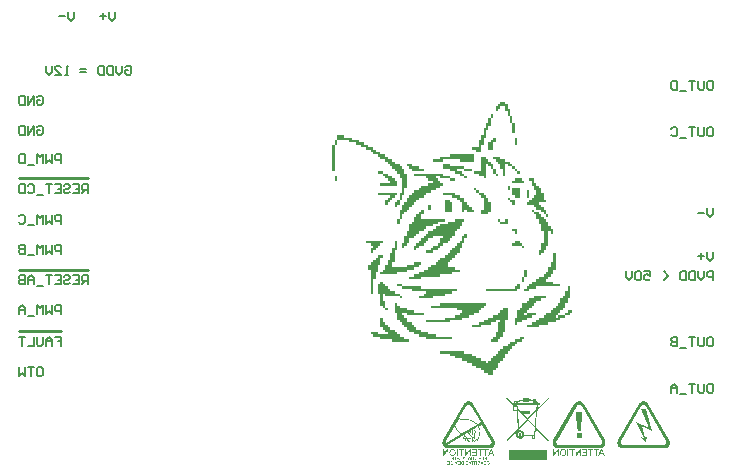
<source format=gbo>
G04*
G04 #@! TF.GenerationSoftware,Altium Limited,Altium Designer,20.2.7 (254)*
G04*
G04 Layer_Color=32896*
%FSLAX24Y24*%
%MOIN*%
G70*
G04*
G04 #@! TF.SameCoordinates,B82089B9-CC88-4195-9CAB-00499EC45045*
G04*
G04*
G04 #@! TF.FilePolarity,Positive*
G04*
G01*
G75*
%ADD15C,0.0100*%
%ADD16C,0.0050*%
G36*
X38560Y31720D02*
Y31640D01*
X38480D01*
Y31720D01*
Y31800D01*
X38560D01*
Y31720D01*
D02*
G37*
G36*
X38960Y32120D02*
X39040D01*
Y32040D01*
Y31960D01*
X39120D01*
Y31880D01*
Y31800D01*
Y31720D01*
X39200D01*
Y31640D01*
Y31560D01*
Y31480D01*
X39280D01*
Y31400D01*
Y31320D01*
Y31240D01*
Y31160D01*
X39200D01*
Y31240D01*
Y31320D01*
Y31400D01*
Y31480D01*
X39120D01*
Y31560D01*
Y31640D01*
Y31720D01*
X39040D01*
Y31800D01*
Y31880D01*
X38960D01*
Y31960D01*
Y32040D01*
X38800D01*
Y31960D01*
X38720D01*
Y31880D01*
X38640D01*
Y31960D01*
Y32040D01*
X38720D01*
Y32120D01*
X38800D01*
Y32200D01*
X38960D01*
Y32120D01*
D02*
G37*
G36*
X39360Y30920D02*
Y30840D01*
Y30760D01*
X39280D01*
Y30840D01*
Y30920D01*
Y31000D01*
X39360D01*
Y30920D01*
D02*
G37*
G36*
X33360Y30840D02*
Y30760D01*
X33280D01*
Y30840D01*
Y30920D01*
X33360D01*
Y30840D01*
D02*
G37*
G36*
X38640Y30920D02*
Y30840D01*
X38560D01*
Y30760D01*
Y30680D01*
Y30600D01*
X38400D01*
Y30680D01*
Y30760D01*
Y30840D01*
X38480D01*
Y30920D01*
X38560D01*
Y31000D01*
X38640D01*
Y30920D01*
D02*
G37*
G36*
X38480Y31560D02*
Y31480D01*
Y31400D01*
X38400D01*
Y31320D01*
Y31240D01*
X38320D01*
Y31160D01*
Y31080D01*
Y31000D01*
X38240D01*
Y30920D01*
Y30840D01*
Y30760D01*
X38160D01*
Y30680D01*
Y30600D01*
Y30520D01*
X38000D01*
Y30600D01*
X37840D01*
Y30680D01*
X38080D01*
Y30760D01*
Y30840D01*
Y30920D01*
X38160D01*
Y31000D01*
Y31080D01*
X38240D01*
Y31160D01*
Y31240D01*
Y31320D01*
X38320D01*
Y31400D01*
Y31480D01*
X38400D01*
Y31560D01*
Y31640D01*
X38480D01*
Y31560D01*
D02*
G37*
G36*
X37920Y30360D02*
Y30280D01*
Y30200D01*
X37440D01*
Y30280D01*
X36880D01*
Y30200D01*
X36560D01*
Y30280D01*
X36800D01*
Y30360D01*
X37120D01*
Y30440D01*
X37920D01*
Y30360D01*
D02*
G37*
G36*
X37120Y30040D02*
X37600D01*
Y29960D01*
X37840D01*
Y29880D01*
X37600D01*
Y29960D01*
X37360D01*
Y29880D01*
X37520D01*
Y29800D01*
X37600D01*
Y29720D01*
X37680D01*
Y29640D01*
X37600D01*
Y29720D01*
X37440D01*
Y29800D01*
X37280D01*
Y29880D01*
X37120D01*
Y29960D01*
X36880D01*
Y30040D01*
Y30120D01*
X37120D01*
Y30040D01*
D02*
G37*
G36*
X35840D02*
X36080D01*
Y29960D01*
X36240D01*
Y29880D01*
X35840D01*
Y29960D01*
X35760D01*
Y30040D01*
X35680D01*
Y30120D01*
X35840D01*
Y30040D01*
D02*
G37*
G36*
X33280Y30680D02*
Y30600D01*
Y30520D01*
Y30440D01*
Y30360D01*
Y30280D01*
Y30200D01*
Y30120D01*
Y30040D01*
Y29960D01*
Y29880D01*
X33200D01*
Y29960D01*
Y30040D01*
Y30120D01*
Y30200D01*
Y30280D01*
Y30360D01*
Y30440D01*
Y30520D01*
Y30600D01*
Y30680D01*
Y30760D01*
X33280D01*
Y30680D01*
D02*
G37*
G36*
X38800Y30280D02*
X38960D01*
Y30200D01*
X39120D01*
Y30120D01*
X39200D01*
Y30040D01*
X39280D01*
Y29960D01*
X39360D01*
Y29880D01*
X39440D01*
Y29800D01*
X39360D01*
Y29880D01*
X39280D01*
Y29960D01*
X39200D01*
Y30040D01*
X39040D01*
Y30120D01*
X38960D01*
Y30040D01*
Y29960D01*
Y29880D01*
Y29800D01*
Y29720D01*
X38880D01*
Y29800D01*
Y29880D01*
Y29960D01*
X38800D01*
Y30040D01*
Y30120D01*
X38720D01*
Y30200D01*
X38640D01*
Y30280D01*
X38560D01*
Y30360D01*
X38800D01*
Y30280D01*
D02*
G37*
G36*
X38320D02*
X38400D01*
Y30200D01*
X38480D01*
Y30120D01*
X38560D01*
Y30040D01*
Y29960D01*
X38640D01*
Y29880D01*
Y29800D01*
X38720D01*
Y29720D01*
X38640D01*
Y29800D01*
X38560D01*
Y29880D01*
Y29960D01*
X38480D01*
Y30040D01*
X38400D01*
Y30120D01*
X38320D01*
Y30040D01*
Y29960D01*
Y29880D01*
Y29800D01*
Y29720D01*
Y29640D01*
X38240D01*
Y29720D01*
X38080D01*
Y29800D01*
X37920D01*
Y29880D01*
X38160D01*
Y29960D01*
Y30040D01*
Y30120D01*
Y30200D01*
Y30280D01*
Y30360D01*
X38320D01*
Y30280D01*
D02*
G37*
G36*
X36880Y29720D02*
X37120D01*
Y29640D01*
X37280D01*
Y29560D01*
X37120D01*
Y29640D01*
X36800D01*
Y29720D01*
X36640D01*
Y29640D01*
X36720D01*
Y29560D01*
X36800D01*
Y29480D01*
X36880D01*
Y29400D01*
X36800D01*
Y29320D01*
X36640D01*
Y29240D01*
X36480D01*
Y29160D01*
X36320D01*
Y29080D01*
X36240D01*
Y29000D01*
X36080D01*
Y28920D01*
X36000D01*
Y28840D01*
X35920D01*
Y28760D01*
X35840D01*
Y28680D01*
X35760D01*
Y28600D01*
X35680D01*
Y28520D01*
X35600D01*
Y28440D01*
X35520D01*
Y28360D01*
Y28280D01*
X35440D01*
Y28360D01*
Y28440D01*
Y28520D01*
Y28600D01*
X35520D01*
Y28680D01*
Y28760D01*
X35600D01*
Y28840D01*
X35680D01*
Y28920D01*
Y29000D01*
X35760D01*
Y29080D01*
X35840D01*
Y29160D01*
X35920D01*
Y29240D01*
X36080D01*
Y29320D01*
X36160D01*
Y29400D01*
X36400D01*
Y29480D01*
X36560D01*
Y29560D01*
X36400D01*
Y29640D01*
X36320D01*
Y29720D01*
X35920D01*
Y29800D01*
X36880D01*
Y29720D01*
D02*
G37*
G36*
X33360Y29640D02*
Y29560D01*
X33280D01*
Y29640D01*
Y29720D01*
X33360D01*
Y29640D01*
D02*
G37*
G36*
X39520Y29560D02*
X39600D01*
Y29480D01*
X39200D01*
Y29560D01*
X39280D01*
Y29640D01*
X39520D01*
Y29560D01*
D02*
G37*
G36*
X34880Y29800D02*
X35040D01*
Y29720D01*
X35200D01*
Y29640D01*
X35280D01*
Y29560D01*
X35360D01*
Y29480D01*
Y29400D01*
X34800D01*
Y29480D01*
X35120D01*
Y29560D01*
X35040D01*
Y29640D01*
X34960D01*
Y29720D01*
X34880D01*
Y29800D01*
X34720D01*
Y29880D01*
X34880D01*
Y29800D01*
D02*
G37*
G36*
X39120Y29320D02*
Y29240D01*
X39040D01*
Y29320D01*
Y29400D01*
X39120D01*
Y29320D01*
D02*
G37*
G36*
X39760Y29160D02*
Y29080D01*
Y29000D01*
X39680D01*
Y29080D01*
Y29160D01*
Y29240D01*
X39760D01*
Y29160D01*
D02*
G37*
G36*
X39440Y29240D02*
Y29160D01*
Y29080D01*
Y29000D01*
X39280D01*
Y29080D01*
X39200D01*
Y29160D01*
Y29240D01*
Y29320D01*
X39440D01*
Y29240D01*
D02*
G37*
G36*
X33600Y31000D02*
X33840D01*
Y30920D01*
X34080D01*
Y30840D01*
X34240D01*
Y30760D01*
X34400D01*
Y30680D01*
X34560D01*
Y30600D01*
X34640D01*
Y30520D01*
X34800D01*
Y30440D01*
X34960D01*
Y30360D01*
X35040D01*
Y30280D01*
X35200D01*
Y30200D01*
X35280D01*
Y30120D01*
X35440D01*
Y30040D01*
X35520D01*
Y29960D01*
X35600D01*
Y29880D01*
Y29800D01*
X35680D01*
Y29720D01*
Y29640D01*
Y29560D01*
Y29480D01*
Y29400D01*
Y29320D01*
X35600D01*
Y29240D01*
Y29160D01*
Y29080D01*
X35520D01*
Y29000D01*
Y28920D01*
X35440D01*
Y29000D01*
Y29080D01*
Y29160D01*
X35520D01*
Y29240D01*
Y29320D01*
Y29400D01*
Y29480D01*
Y29560D01*
Y29640D01*
X35440D01*
Y29720D01*
Y29800D01*
X35360D01*
Y29880D01*
X35280D01*
Y29960D01*
X35200D01*
Y30040D01*
X35120D01*
Y30120D01*
X35040D01*
Y30200D01*
X34960D01*
Y30280D01*
X34800D01*
Y30360D01*
X34720D01*
Y30440D01*
X34560D01*
Y30520D01*
X34480D01*
Y30600D01*
X34320D01*
Y30680D01*
X34160D01*
Y30760D01*
X34000D01*
Y30840D01*
X33760D01*
Y30920D01*
X33360D01*
Y31000D01*
Y31080D01*
X33600D01*
Y31000D01*
D02*
G37*
G36*
X39120Y28920D02*
X39280D01*
Y28840D01*
Y28760D01*
X39200D01*
Y28840D01*
X39120D01*
Y28920D01*
X39040D01*
Y29000D01*
X39120D01*
Y28920D01*
D02*
G37*
G36*
X35360Y29080D02*
X35280D01*
Y29000D01*
X35200D01*
Y28920D01*
X35120D01*
Y28840D01*
X35040D01*
Y28760D01*
X34960D01*
Y28840D01*
Y28920D01*
X35040D01*
Y29000D01*
X35120D01*
Y29080D01*
X34720D01*
Y29160D01*
X35360D01*
Y29080D01*
D02*
G37*
G36*
X35440Y28840D02*
Y28760D01*
X35360D01*
Y28680D01*
X35280D01*
Y28760D01*
Y28840D01*
X35360D01*
Y28920D01*
X35440D01*
Y28840D01*
D02*
G37*
G36*
X36480Y28680D02*
Y28600D01*
X36400D01*
Y28680D01*
Y28760D01*
X36480D01*
Y28680D01*
D02*
G37*
G36*
X37280Y29080D02*
X37440D01*
Y29000D01*
X37600D01*
Y28920D01*
Y28840D01*
X37680D01*
Y28760D01*
X37760D01*
Y28680D01*
X37840D01*
Y28600D01*
X37920D01*
Y28520D01*
X37680D01*
Y28600D01*
X37600D01*
Y28520D01*
X37520D01*
Y28600D01*
Y28680D01*
Y28760D01*
Y28840D01*
X37440D01*
Y28920D01*
X37360D01*
Y29000D01*
X37200D01*
Y29080D01*
X36880D01*
Y29160D01*
X37280D01*
Y29080D01*
D02*
G37*
G36*
X37120Y28840D02*
X37200D01*
Y28760D01*
Y28680D01*
Y28600D01*
Y28520D01*
X36960D01*
Y28600D01*
Y28680D01*
Y28760D01*
Y28840D01*
Y28920D01*
X37120D01*
Y28840D01*
D02*
G37*
G36*
X38000Y29240D02*
X38080D01*
Y29160D01*
X38240D01*
Y29080D01*
X38320D01*
Y29000D01*
X38400D01*
Y28920D01*
Y28840D01*
X38480D01*
Y28760D01*
Y28680D01*
Y28600D01*
Y28520D01*
X38400D01*
Y28440D01*
X38160D01*
Y28520D01*
Y28600D01*
X38240D01*
Y28680D01*
Y28760D01*
Y28840D01*
Y28920D01*
Y29000D01*
X38160D01*
Y29080D01*
X38080D01*
Y29160D01*
X38000D01*
Y29240D01*
X37920D01*
Y29320D01*
X38000D01*
Y29240D01*
D02*
G37*
G36*
X39920Y29560D02*
Y29480D01*
X40000D01*
Y29400D01*
X40080D01*
Y29320D01*
X40160D01*
Y29240D01*
Y29160D01*
X40240D01*
Y29080D01*
Y29000D01*
Y28920D01*
X40320D01*
Y28840D01*
X40080D01*
Y28760D01*
X40160D01*
Y28680D01*
X40240D01*
Y28600D01*
X40320D01*
Y28520D01*
Y28440D01*
X40400D01*
Y28360D01*
X40320D01*
Y28440D01*
X40240D01*
Y28520D01*
X40160D01*
Y28600D01*
X40000D01*
Y28680D01*
X39920D01*
Y28760D01*
X39680D01*
Y28840D01*
X39760D01*
Y28920D01*
X39840D01*
Y29000D01*
X39920D01*
Y29080D01*
X40000D01*
Y29160D01*
Y29240D01*
X39920D01*
Y29320D01*
Y29400D01*
X39840D01*
Y29480D01*
Y29560D01*
X39760D01*
Y29640D01*
X39920D01*
Y29560D01*
D02*
G37*
G36*
X39040Y28200D02*
Y28120D01*
X38800D01*
Y28200D01*
X38720D01*
Y28280D01*
X38800D01*
Y28200D01*
X38960D01*
Y28280D01*
X39040D01*
Y28200D01*
D02*
G37*
G36*
X35440D02*
Y28120D01*
X35360D01*
Y28200D01*
Y28280D01*
X35440D01*
Y28200D01*
D02*
G37*
G36*
X39920Y28520D02*
X40080D01*
Y28440D01*
X40160D01*
Y28360D01*
X40240D01*
Y28280D01*
X40320D01*
Y28200D01*
X40400D01*
Y28120D01*
Y28040D01*
X40480D01*
Y27960D01*
X40560D01*
Y27880D01*
Y27800D01*
X40480D01*
Y27880D01*
X40400D01*
Y27800D01*
Y27720D01*
Y27640D01*
Y27560D01*
Y27480D01*
Y27400D01*
X40320D01*
Y27320D01*
Y27240D01*
X40240D01*
Y27160D01*
X40160D01*
Y27080D01*
X40080D01*
Y27160D01*
Y27240D01*
X40160D01*
Y27320D01*
Y27400D01*
Y27480D01*
X40240D01*
Y27560D01*
Y27640D01*
Y27720D01*
Y27800D01*
Y27880D01*
X40160D01*
Y27960D01*
Y28040D01*
Y28120D01*
X40080D01*
Y28200D01*
Y28280D01*
X40000D01*
Y28360D01*
Y28440D01*
X39920D01*
Y28520D01*
X39840D01*
Y28600D01*
X39920D01*
Y28520D01*
D02*
G37*
G36*
X39360Y27880D02*
Y27800D01*
X39280D01*
Y27880D01*
X39200D01*
Y27960D01*
X39360D01*
Y27880D01*
D02*
G37*
G36*
X39440Y27480D02*
X39520D01*
Y27400D01*
X39600D01*
Y27320D01*
X39520D01*
Y27400D01*
X39200D01*
Y27480D01*
X39280D01*
Y27560D01*
X39440D01*
Y27480D01*
D02*
G37*
G36*
X36240Y28520D02*
Y28440D01*
X36160D01*
Y28360D01*
Y28280D01*
X36960D01*
Y28200D01*
X36720D01*
Y28120D01*
X36560D01*
Y28040D01*
X36320D01*
Y27960D01*
X36240D01*
Y27880D01*
X36080D01*
Y27800D01*
X36000D01*
Y27720D01*
X35920D01*
Y27640D01*
X35760D01*
Y27560D01*
Y27480D01*
X35680D01*
Y27400D01*
X35600D01*
Y27320D01*
X35520D01*
Y27400D01*
Y27480D01*
X35600D01*
Y27560D01*
Y27640D01*
Y27720D01*
X35680D01*
Y27800D01*
Y27880D01*
X35760D01*
Y27960D01*
Y28040D01*
Y28120D01*
X35840D01*
Y28200D01*
X35920D01*
Y28280D01*
Y28360D01*
X36000D01*
Y28440D01*
X36080D01*
Y28520D01*
X36160D01*
Y28600D01*
X36240D01*
Y28520D01*
D02*
G37*
G36*
X37600Y28200D02*
X37520D01*
Y28120D01*
Y28040D01*
X37440D01*
Y27960D01*
X37360D01*
Y27880D01*
X37280D01*
Y27800D01*
Y27720D01*
X37200D01*
Y27640D01*
X37120D01*
Y27560D01*
X37040D01*
Y27480D01*
X36880D01*
Y27400D01*
X36800D01*
Y27320D01*
X36720D01*
Y27240D01*
X36560D01*
Y27160D01*
X36320D01*
Y27240D01*
X36480D01*
Y27320D01*
X36560D01*
Y27400D01*
X36720D01*
Y27480D01*
X36800D01*
Y27560D01*
Y27640D01*
X36880D01*
Y27720D01*
X36560D01*
Y27640D01*
X36400D01*
Y27560D01*
X36320D01*
Y27480D01*
X36240D01*
Y27400D01*
X36080D01*
Y27320D01*
X36000D01*
Y27240D01*
X35920D01*
Y27320D01*
Y27400D01*
X36000D01*
Y27480D01*
X36080D01*
Y27560D01*
X36160D01*
Y27640D01*
X36240D01*
Y27720D01*
X36320D01*
Y27800D01*
X36400D01*
Y27880D01*
X36560D01*
Y27960D01*
X36640D01*
Y28040D01*
X36800D01*
Y28120D01*
X37040D01*
Y28200D01*
X37280D01*
Y28280D01*
X37600D01*
Y28200D01*
D02*
G37*
G36*
X34880Y27480D02*
X34800D01*
Y27400D01*
X34720D01*
Y27320D01*
X34640D01*
Y27240D01*
X34560D01*
Y27160D01*
X34480D01*
Y27240D01*
Y27320D01*
X34560D01*
Y27400D01*
X34480D01*
Y27480D01*
X34320D01*
Y27560D01*
X34880D01*
Y27480D01*
D02*
G37*
G36*
X35360D02*
Y27400D01*
Y27320D01*
Y27240D01*
X35280D01*
Y27160D01*
Y27080D01*
Y27000D01*
Y26920D01*
Y26840D01*
X35200D01*
Y26760D01*
Y26680D01*
X35680D01*
Y26760D01*
X35920D01*
Y26840D01*
X36160D01*
Y26760D01*
X36080D01*
Y26680D01*
X35920D01*
Y26600D01*
X35680D01*
Y26520D01*
X35360D01*
Y26440D01*
X34800D01*
Y26520D01*
X34880D01*
Y26600D01*
X34960D01*
Y26680D01*
Y26760D01*
X35040D01*
Y26840D01*
Y26920D01*
X35120D01*
Y27000D01*
Y27080D01*
Y27160D01*
X35200D01*
Y27240D01*
Y27320D01*
X35280D01*
Y27400D01*
Y27480D01*
Y27560D01*
X35360D01*
Y27480D01*
D02*
G37*
G36*
X39680Y26520D02*
Y26440D01*
Y26360D01*
X39600D01*
Y26440D01*
Y26520D01*
Y26600D01*
X39680D01*
Y26520D01*
D02*
G37*
G36*
X37680Y27720D02*
Y27640D01*
X37600D01*
Y27560D01*
Y27480D01*
X37520D01*
Y27400D01*
Y27320D01*
X37440D01*
Y27240D01*
Y27160D01*
X37360D01*
Y27080D01*
X37280D01*
Y27000D01*
X37200D01*
Y26920D01*
X37120D01*
Y26840D01*
X37040D01*
Y26760D01*
Y26680D01*
X37280D01*
Y26600D01*
X37440D01*
Y26520D01*
X37200D01*
Y26440D01*
X36800D01*
Y26360D01*
X36160D01*
Y26280D01*
X35760D01*
Y26360D01*
X35920D01*
Y26440D01*
X36080D01*
Y26520D01*
X36240D01*
Y26600D01*
X36400D01*
Y26680D01*
X36480D01*
Y26760D01*
X36640D01*
Y26840D01*
X36720D01*
Y26920D01*
X36800D01*
Y27000D01*
X36960D01*
Y27080D01*
X37040D01*
Y27160D01*
X37120D01*
Y27240D01*
X37200D01*
Y27320D01*
X37280D01*
Y27400D01*
X37360D01*
Y27480D01*
X37440D01*
Y27560D01*
X37520D01*
Y27640D01*
Y27720D01*
X37600D01*
Y27800D01*
X37680D01*
Y27720D01*
D02*
G37*
G36*
X39600Y26280D02*
Y26200D01*
X39520D01*
Y26280D01*
Y26360D01*
X39600D01*
Y26280D01*
D02*
G37*
G36*
X40640Y27080D02*
Y27000D01*
Y26920D01*
Y26840D01*
Y26760D01*
Y26680D01*
Y26600D01*
X40560D01*
Y26520D01*
Y26440D01*
X40480D01*
Y26360D01*
X40400D01*
Y26280D01*
X40320D01*
Y26200D01*
X40560D01*
Y26120D01*
X40800D01*
Y26040D01*
X40000D01*
Y25960D01*
X39760D01*
Y25880D01*
X39600D01*
Y25960D01*
X39680D01*
Y26040D01*
X39760D01*
Y26120D01*
X39840D01*
Y26200D01*
X40000D01*
Y26280D01*
X40080D01*
Y26360D01*
X40240D01*
Y26440D01*
X40320D01*
Y26520D01*
X40400D01*
Y26600D01*
Y26680D01*
X40480D01*
Y26760D01*
Y26840D01*
X40560D01*
Y26920D01*
Y27000D01*
Y27080D01*
Y27160D01*
X40640D01*
Y27080D01*
D02*
G37*
G36*
X39440Y26040D02*
Y25960D01*
X39360D01*
Y25880D01*
X38320D01*
Y25960D01*
X39280D01*
Y26040D01*
X39360D01*
Y26120D01*
X39440D01*
Y26040D01*
D02*
G37*
G36*
X34880Y27000D02*
X34800D01*
Y26920D01*
Y26840D01*
Y26760D01*
X34720D01*
Y26680D01*
Y26600D01*
Y26520D01*
X34640D01*
Y26440D01*
Y26360D01*
Y26280D01*
X34560D01*
Y26200D01*
Y26120D01*
Y26040D01*
Y25960D01*
Y25880D01*
Y25800D01*
X34480D01*
Y25880D01*
Y25960D01*
Y26040D01*
Y26120D01*
Y26200D01*
Y26280D01*
Y26360D01*
Y26440D01*
Y26520D01*
Y26600D01*
X34400D01*
Y26680D01*
Y26760D01*
X34480D01*
Y26840D01*
X34560D01*
Y26920D01*
X34640D01*
Y27000D01*
X34720D01*
Y27080D01*
X34880D01*
Y27000D01*
D02*
G37*
G36*
X35520Y26040D02*
X36160D01*
Y25960D01*
X37360D01*
Y25880D01*
X37200D01*
Y25800D01*
X36960D01*
Y25720D01*
X36560D01*
Y25640D01*
X36080D01*
Y25720D01*
X36240D01*
Y25800D01*
X36320D01*
Y25880D01*
X35840D01*
Y25960D01*
X35520D01*
Y26040D01*
X35360D01*
Y26120D01*
X35520D01*
Y26040D01*
D02*
G37*
G36*
X34880Y26120D02*
X34960D01*
Y26040D01*
X35040D01*
Y25960D01*
X35120D01*
Y25880D01*
X35280D01*
Y25800D01*
X35440D01*
Y25720D01*
X35520D01*
Y25640D01*
X35440D01*
Y25720D01*
X34960D01*
Y25800D01*
X34880D01*
Y25720D01*
Y25640D01*
Y25560D01*
X34960D01*
Y25480D01*
Y25400D01*
Y25320D01*
X35040D01*
Y25240D01*
X34960D01*
Y25320D01*
X34880D01*
Y25400D01*
X34800D01*
Y25480D01*
Y25560D01*
Y25640D01*
Y25720D01*
Y25800D01*
X34720D01*
Y25880D01*
Y25960D01*
Y26040D01*
Y26120D01*
X34800D01*
Y26200D01*
X34880D01*
Y26120D01*
D02*
G37*
G36*
X41200Y25160D02*
X41120D01*
Y25080D01*
X40960D01*
Y25160D01*
X41040D01*
Y25240D01*
X41200D01*
Y25160D01*
D02*
G37*
G36*
X35360Y25400D02*
X35440D01*
Y25320D01*
X35680D01*
Y25240D01*
X35920D01*
Y25160D01*
X36240D01*
Y25080D01*
X35680D01*
Y25160D01*
X35520D01*
Y25080D01*
X35600D01*
Y25000D01*
X35680D01*
Y24920D01*
Y24840D01*
X35840D01*
Y24760D01*
X35920D01*
Y24680D01*
X36000D01*
Y24600D01*
X36160D01*
Y24520D01*
X36400D01*
Y24440D01*
X36640D01*
Y24360D01*
X37200D01*
Y24280D01*
X36320D01*
Y24360D01*
X36080D01*
Y24440D01*
X35920D01*
Y24520D01*
X35760D01*
Y24600D01*
X35680D01*
Y24680D01*
X35600D01*
Y24760D01*
X35520D01*
Y24840D01*
X35440D01*
Y24920D01*
X35360D01*
Y25000D01*
Y25080D01*
Y25160D01*
X35280D01*
Y25240D01*
Y25320D01*
Y25400D01*
Y25480D01*
X35360D01*
Y25400D01*
D02*
G37*
G36*
X38320D02*
X38240D01*
Y25320D01*
X38160D01*
Y25240D01*
X38080D01*
Y25160D01*
X37920D01*
Y25080D01*
X37760D01*
Y25000D01*
X37520D01*
Y24920D01*
X37120D01*
Y24840D01*
X36320D01*
Y24920D01*
X36960D01*
Y25000D01*
X37280D01*
Y25080D01*
X37440D01*
Y25160D01*
X37520D01*
Y25240D01*
X37360D01*
Y25320D01*
X36480D01*
Y25400D01*
X36800D01*
Y25480D01*
X38320D01*
Y25400D01*
D02*
G37*
G36*
X40320Y25640D02*
X40160D01*
Y25560D01*
X40000D01*
Y25480D01*
X39920D01*
Y25400D01*
X39840D01*
Y25320D01*
X39760D01*
Y25240D01*
X39680D01*
Y25160D01*
X40000D01*
Y25080D01*
X39840D01*
Y25000D01*
X39680D01*
Y24920D01*
X39520D01*
Y24840D01*
X39360D01*
Y24760D01*
X39280D01*
Y24840D01*
Y24920D01*
Y25000D01*
X39360D01*
Y25080D01*
Y25160D01*
Y25240D01*
X39440D01*
Y25320D01*
X39520D01*
Y25400D01*
Y25480D01*
X39680D01*
Y25560D01*
X39760D01*
Y25640D01*
X39920D01*
Y25720D01*
X40320D01*
Y25640D01*
D02*
G37*
G36*
X41120Y25960D02*
Y25880D01*
Y25800D01*
Y25720D01*
Y25640D01*
X41040D01*
Y25560D01*
Y25480D01*
X40960D01*
Y25400D01*
Y25320D01*
X40880D01*
Y25240D01*
X40800D01*
Y25160D01*
X40720D01*
Y25080D01*
X40960D01*
Y25000D01*
X40800D01*
Y24920D01*
X40640D01*
Y24840D01*
X40400D01*
Y24760D01*
X40080D01*
Y24680D01*
X39680D01*
Y24760D01*
X39840D01*
Y24840D01*
X40000D01*
Y24920D01*
X40080D01*
Y25000D01*
X40240D01*
Y25080D01*
X40320D01*
Y25160D01*
X40480D01*
Y25240D01*
X40560D01*
Y25320D01*
X40640D01*
Y25400D01*
X40720D01*
Y25480D01*
X40800D01*
Y25560D01*
Y25640D01*
X40880D01*
Y25720D01*
X40960D01*
Y25800D01*
Y25880D01*
X41040D01*
Y25960D01*
Y26040D01*
X41120D01*
Y25960D01*
D02*
G37*
G36*
X34880Y24920D02*
Y24840D01*
X34960D01*
Y24760D01*
X35040D01*
Y24680D01*
X35120D01*
Y24600D01*
X35280D01*
Y24520D01*
X35360D01*
Y24440D01*
X35440D01*
Y24360D01*
X35600D01*
Y24280D01*
X35760D01*
Y24200D01*
X35200D01*
Y24280D01*
X34800D01*
Y24360D01*
X34560D01*
Y24440D01*
X34480D01*
Y24520D01*
X34720D01*
Y24440D01*
X35040D01*
Y24520D01*
X34960D01*
Y24600D01*
X34880D01*
Y24680D01*
X34800D01*
Y24760D01*
Y24840D01*
Y24920D01*
Y25000D01*
X34880D01*
Y24920D01*
D02*
G37*
G36*
X39040Y25240D02*
Y25160D01*
Y25080D01*
Y25000D01*
Y24920D01*
X38960D01*
Y24840D01*
Y24760D01*
Y24680D01*
Y24600D01*
Y24520D01*
X38880D01*
Y24440D01*
Y24360D01*
X38800D01*
Y24280D01*
X38720D01*
Y24200D01*
X38480D01*
Y24280D01*
X38560D01*
Y24360D01*
X38640D01*
Y24440D01*
Y24520D01*
X38720D01*
Y24600D01*
Y24680D01*
Y24760D01*
Y24840D01*
X38800D01*
Y24920D01*
X38640D01*
Y24840D01*
X38480D01*
Y24760D01*
X38160D01*
Y24680D01*
X37840D01*
Y24760D01*
X38080D01*
Y24840D01*
X38240D01*
Y24920D01*
X38400D01*
Y25000D01*
X38560D01*
Y25080D01*
X38720D01*
Y25160D01*
X38800D01*
Y25240D01*
X38880D01*
Y25320D01*
X39040D01*
Y25240D01*
D02*
G37*
G36*
X39600Y24280D02*
X39520D01*
Y24200D01*
X39360D01*
Y24120D01*
X39280D01*
Y24040D01*
X39200D01*
Y23960D01*
X39120D01*
Y23880D01*
X39040D01*
Y23800D01*
X38960D01*
Y23720D01*
Y23640D01*
X38880D01*
Y23560D01*
X38800D01*
Y23480D01*
X38720D01*
Y23400D01*
Y23320D01*
X38640D01*
Y23240D01*
X38560D01*
Y23160D01*
Y23080D01*
X38400D01*
Y23160D01*
X38240D01*
Y23240D01*
X38160D01*
Y23320D01*
X38000D01*
Y23400D01*
X37840D01*
Y23480D01*
X37680D01*
Y23560D01*
X37520D01*
Y23640D01*
X37280D01*
Y23720D01*
X37120D01*
Y23800D01*
X36800D01*
Y23880D01*
X37600D01*
Y23800D01*
X37840D01*
Y23720D01*
X38000D01*
Y23640D01*
X38160D01*
Y23560D01*
X38320D01*
Y23480D01*
X38400D01*
Y23560D01*
X38480D01*
Y23640D01*
X38560D01*
Y23720D01*
X38640D01*
Y23800D01*
X38720D01*
Y23880D01*
X38800D01*
Y23960D01*
X38880D01*
Y24040D01*
X39040D01*
Y24120D01*
X39120D01*
Y24200D01*
X39280D01*
Y24280D01*
X39440D01*
Y24360D01*
X39600D01*
Y24280D01*
D02*
G37*
G36*
X40431Y22335D02*
X40040Y21928D01*
X40028Y21817D01*
X40002Y21551D01*
X39984Y21359D01*
X40403Y20926D01*
X40375Y20898D01*
X39979Y21303D01*
X39956Y21056D01*
X39945D01*
Y20961D01*
X39857D01*
Y21056D01*
X39584D01*
X39574Y21037D01*
X39561Y21019D01*
X39542Y20998D01*
X39517Y20979D01*
X39486Y20970D01*
X39459Y20968D01*
X39431D01*
X39410Y20975D01*
X39385Y20984D01*
X39364Y20998D01*
X39348Y21014D01*
X39331Y21037D01*
X39320Y21063D01*
X39313Y21086D01*
X39311Y21107D01*
X39313Y21130D01*
X39318Y21148D01*
X39324Y21167D01*
X39334Y21185D01*
X39345Y21201D01*
X39362Y21218D01*
X39380Y21229D01*
X39396Y21236D01*
X39394Y21257D01*
X39047Y20898D01*
X39019Y20928D01*
X39389Y21313D01*
X39359Y21648D01*
X39338Y21891D01*
X39227D01*
Y22046D01*
X39257D01*
X38975Y22335D01*
X39005Y22363D01*
X39269Y22090D01*
Y22111D01*
X39264Y22115D01*
X39257Y22120D01*
X39250Y22127D01*
X39244Y22134D01*
X39239Y22146D01*
X39237Y22155D01*
X39234Y22166D01*
X39237Y22180D01*
X39241Y22190D01*
X39250Y22206D01*
X39262Y22215D01*
X39278Y22222D01*
X39294Y22224D01*
X39311Y22222D01*
X39324Y22217D01*
X39336Y22210D01*
X39341Y22203D01*
X39352Y22213D01*
X39368Y22224D01*
X39389Y22234D01*
X39419Y22245D01*
X39452Y22254D01*
X39484Y22261D01*
X39519Y22268D01*
X39547Y22271D01*
Y22305D01*
X39769D01*
Y22275D01*
X39787D01*
X39815Y22273D01*
X39845Y22268D01*
X39875Y22264D01*
Y22282D01*
X39970D01*
Y22238D01*
X39982Y22231D01*
X39998Y22224D01*
X40014Y22215D01*
X40028Y22206D01*
X40042Y22194D01*
X40051Y22185D01*
X40056Y22178D01*
X40060Y22169D01*
X40058Y22153D01*
X40114D01*
Y22081D01*
X40053D01*
X40044Y21991D01*
X40403Y22363D01*
X40431Y22335D01*
D02*
G37*
G36*
X43608Y22210D02*
X43624Y22208D01*
X43638Y22203D01*
X43647Y22199D01*
X43656Y22194D01*
X43661Y22192D01*
X43663Y22190D01*
X43672Y22185D01*
X43677Y22183D01*
X43698Y22164D01*
X43716Y22143D01*
X43726Y22129D01*
X43730Y22125D01*
Y22122D01*
X44427Y20915D01*
X44429D01*
Y20912D01*
Y20910D01*
X44434Y20901D01*
X44438Y20894D01*
X44441Y20889D01*
Y20887D01*
X44443Y20880D01*
X44445Y20871D01*
X44448Y20864D01*
Y20861D01*
X44450Y20836D01*
Y20813D01*
X44448Y20792D01*
X44443Y20773D01*
X44436Y20757D01*
X44431Y20746D01*
X44429Y20739D01*
X44427Y20736D01*
X44418Y20720D01*
X44415Y20716D01*
X44413Y20713D01*
X44401Y20702D01*
X44397Y20697D01*
X44394Y20695D01*
X44374Y20679D01*
X44353Y20667D01*
X44332Y20658D01*
X44311Y20653D01*
X44295Y20648D01*
X44281Y20646D01*
X42872D01*
X42860Y20648D01*
X42851D01*
X42849Y20651D01*
X42839D01*
X42830Y20653D01*
X42823Y20655D01*
X42821D01*
X42798Y20665D01*
X42777Y20676D01*
X42761Y20690D01*
X42747Y20704D01*
X42735Y20716D01*
X42728Y20727D01*
X42724Y20734D01*
X42721Y20736D01*
X42719D01*
X42715Y20748D01*
X42710Y20755D01*
X42708Y20759D01*
Y20762D01*
X42705Y20771D01*
X42703Y20780D01*
X42701Y20785D01*
Y20787D01*
X42698Y20813D01*
Y20836D01*
X42701Y20859D01*
X42705Y20877D01*
X42712Y20894D01*
X42717Y20908D01*
X42719Y20915D01*
X42721Y20917D01*
X43420Y22127D01*
X43430Y22141D01*
X43432Y22146D01*
X43434Y22148D01*
X43446Y22159D01*
X43450Y22164D01*
X43453Y22166D01*
X43473Y22183D01*
X43492Y22194D01*
X43513Y22203D01*
X43531Y22208D01*
X43548Y22213D01*
X43561Y22215D01*
X43592D01*
X43608Y22210D01*
D02*
G37*
G36*
X41456Y22210D02*
X41472Y22208D01*
X41486Y22203D01*
X41495Y22199D01*
X41504Y22194D01*
X41509Y22192D01*
X41511Y22190D01*
X41520Y22185D01*
X41525Y22183D01*
X41546Y22164D01*
X41564Y22143D01*
X41574Y22129D01*
X41578Y22125D01*
Y22122D01*
X42275Y20915D01*
X42277D01*
Y20912D01*
Y20910D01*
X42282Y20901D01*
X42286Y20894D01*
X42289Y20889D01*
Y20887D01*
X42291Y20880D01*
X42293Y20871D01*
X42296Y20864D01*
Y20861D01*
X42298Y20836D01*
Y20813D01*
X42296Y20792D01*
X42291Y20773D01*
X42284Y20757D01*
X42279Y20746D01*
X42277Y20739D01*
X42275Y20736D01*
X42266Y20720D01*
X42263Y20716D01*
X42261Y20713D01*
X42249Y20702D01*
X42245Y20697D01*
X42242Y20695D01*
X42222Y20679D01*
X42201Y20667D01*
X42180Y20658D01*
X42159Y20653D01*
X42143Y20648D01*
X42129Y20646D01*
X40720Y20646D01*
X40708Y20648D01*
X40699D01*
X40697Y20651D01*
X40687D01*
X40678Y20653D01*
X40671Y20655D01*
X40669D01*
X40646Y20665D01*
X40625Y20676D01*
X40609Y20690D01*
X40595Y20704D01*
X40583Y20716D01*
X40576Y20727D01*
X40572Y20734D01*
X40569Y20736D01*
X40567D01*
X40562Y20748D01*
X40558Y20755D01*
X40556Y20759D01*
Y20762D01*
X40553Y20771D01*
X40551Y20780D01*
X40549Y20785D01*
Y20787D01*
X40546Y20813D01*
Y20836D01*
X40549Y20859D01*
X40553Y20877D01*
X40560Y20894D01*
X40565Y20908D01*
X40567Y20915D01*
X40569Y20917D01*
X41268Y22127D01*
X41278Y22141D01*
X41280Y22146D01*
X41282Y22148D01*
X41294Y22159D01*
X41298Y22164D01*
X41301Y22166D01*
X41321Y22183D01*
X41340Y22194D01*
X41361Y22203D01*
X41379Y22208D01*
X41396Y22213D01*
X41409Y22215D01*
X41439D01*
X41456Y22210D01*
D02*
G37*
G36*
X37776D02*
X37793Y22208D01*
X37807Y22203D01*
X37816Y22199D01*
X37825Y22194D01*
X37830Y22192D01*
X37832Y22190D01*
X37841Y22185D01*
X37846Y22183D01*
X37867Y22164D01*
X37885Y22143D01*
X37894Y22129D01*
X37899Y22125D01*
Y22122D01*
X38596Y20915D01*
X38598D01*
Y20912D01*
Y20910D01*
X38603Y20901D01*
X38607Y20894D01*
X38609Y20889D01*
Y20887D01*
X38612Y20880D01*
X38614Y20871D01*
X38616Y20864D01*
Y20861D01*
X38619Y20836D01*
Y20813D01*
X38616Y20792D01*
X38612Y20773D01*
X38605Y20757D01*
X38600Y20746D01*
X38598Y20739D01*
X38596Y20736D01*
X38586Y20720D01*
X38584Y20716D01*
X38582Y20713D01*
X38570Y20702D01*
X38565Y20697D01*
X38563Y20695D01*
X38542Y20679D01*
X38522Y20667D01*
X38501Y20658D01*
X38480Y20653D01*
X38464Y20648D01*
X38450Y20646D01*
X37041D01*
X37029Y20648D01*
X37020D01*
X37017Y20651D01*
X37008D01*
X36999Y20653D01*
X36992Y20655D01*
X36990D01*
X36967Y20665D01*
X36946Y20676D01*
X36930Y20690D01*
X36916Y20704D01*
X36904Y20716D01*
X36897Y20727D01*
X36892Y20734D01*
X36890Y20736D01*
X36888D01*
X36883Y20748D01*
X36879Y20755D01*
X36876Y20759D01*
Y20762D01*
X36874Y20771D01*
X36872Y20780D01*
X36869Y20785D01*
Y20787D01*
X36867Y20813D01*
Y20836D01*
X36869Y20859D01*
X36874Y20877D01*
X36881Y20894D01*
X36886Y20908D01*
X36888Y20915D01*
X36890Y20917D01*
X37589Y22127D01*
X37598Y22141D01*
X37601Y22146D01*
X37603Y22148D01*
X37614Y22159D01*
X37619Y22164D01*
X37621Y22166D01*
X37642Y22183D01*
X37661Y22194D01*
X37682Y22203D01*
X37700Y22208D01*
X37716Y22213D01*
X37730Y22215D01*
X37760D01*
X37776Y22210D01*
D02*
G37*
G36*
X41483Y20396D02*
X41456D01*
Y20572D01*
X41338Y20396D01*
X41308D01*
Y20618D01*
X41335D01*
Y20445D01*
X41453Y20618D01*
X41483D01*
Y20396D01*
D02*
G37*
G36*
X40743D02*
X40715D01*
Y20572D01*
X40599Y20396D01*
X40569D01*
Y20618D01*
X40597D01*
Y20445D01*
X40713Y20618D01*
X40743D01*
Y20396D01*
D02*
G37*
G36*
X37804D02*
X37776D01*
Y20572D01*
X37658Y20396D01*
X37628D01*
Y20618D01*
X37656D01*
Y20445D01*
X37774Y20618D01*
X37804D01*
Y20396D01*
D02*
G37*
G36*
X37064D02*
X37036D01*
Y20572D01*
X36920Y20396D01*
X36890D01*
Y20618D01*
X36918D01*
Y20445D01*
X37034Y20618D01*
X37064D01*
Y20396D01*
D02*
G37*
G36*
X42275Y20396D02*
X42245D01*
X42219Y20463D01*
X42127D01*
X42101Y20396D01*
X42069D01*
X42159Y20618D01*
X42192D01*
X42275Y20396D01*
D02*
G37*
G36*
X42085Y20593D02*
X42011D01*
Y20396D01*
X41981D01*
Y20593D01*
X41909D01*
Y20618D01*
X42085D01*
Y20593D01*
D02*
G37*
G36*
X41895D02*
X41821D01*
Y20396D01*
X41794D01*
Y20593D01*
X41719D01*
Y20618D01*
X41895D01*
Y20593D01*
D02*
G37*
G36*
X41689Y20396D02*
X41523Y20396D01*
Y20422D01*
X41659Y20422D01*
Y20498D01*
X41537Y20498D01*
Y20523D01*
X41659Y20523D01*
Y20593D01*
X41527Y20593D01*
Y20618D01*
X41689Y20618D01*
Y20396D01*
D02*
G37*
G36*
X41275Y20593D02*
X41203D01*
Y20396D01*
X41173D01*
Y20593D01*
X41099D01*
Y20618D01*
X41275D01*
Y20593D01*
D02*
G37*
G36*
X41065Y20396D02*
X41035D01*
Y20618D01*
X41065D01*
Y20396D01*
D02*
G37*
G36*
X38596D02*
X38565D01*
X38540Y20463D01*
X38447D01*
X38422Y20396D01*
X38390D01*
X38480Y20618D01*
X38512D01*
X38596Y20396D01*
D02*
G37*
G36*
X38406Y20593D02*
X38332D01*
Y20396D01*
X38302D01*
Y20593D01*
X38230D01*
Y20618D01*
X38406D01*
Y20593D01*
D02*
G37*
G36*
X38216D02*
X38142D01*
Y20396D01*
X38114D01*
Y20593D01*
X38040D01*
Y20618D01*
X38216D01*
Y20593D01*
D02*
G37*
G36*
X38010Y20396D02*
X37844D01*
Y20422D01*
X37980D01*
Y20498D01*
X37857D01*
Y20523D01*
X37980D01*
Y20593D01*
X37848D01*
Y20618D01*
X38010D01*
Y20396D01*
D02*
G37*
G36*
X37596Y20593D02*
X37524D01*
Y20396D01*
X37494D01*
Y20593D01*
X37420D01*
Y20618D01*
X37596D01*
Y20593D01*
D02*
G37*
G36*
X37385Y20396D02*
X37355D01*
Y20618D01*
X37385D01*
Y20396D01*
D02*
G37*
G36*
X40903Y20621D02*
X40919Y20618D01*
X40942Y20607D01*
X40951Y20600D01*
X40958Y20595D01*
X40960Y20593D01*
X40963Y20591D01*
X40972Y20579D01*
X40979Y20565D01*
X40988Y20537D01*
X40991Y20523D01*
X40993Y20514D01*
Y20507D01*
Y20505D01*
X40991Y20484D01*
X40986Y20466D01*
X40984Y20454D01*
X40981Y20452D01*
Y20449D01*
X40970Y20431D01*
X40956Y20419D01*
X40947Y20410D01*
X40942Y20408D01*
X40923Y20401D01*
X40905Y20396D01*
X40891Y20394D01*
X40886D01*
X40866Y20396D01*
X40849Y20401D01*
X40838Y20405D01*
X40833Y20408D01*
X40817Y20419D01*
X40803Y20431D01*
X40796Y20442D01*
X40794Y20447D01*
X40785Y20468D01*
X40782Y20486D01*
X40780Y20503D01*
Y20505D01*
Y20507D01*
X40782Y20530D01*
X40787Y20549D01*
X40792Y20563D01*
X40794Y20565D01*
Y20567D01*
X40805Y20584D01*
X40817Y20598D01*
X40826Y20604D01*
X40831Y20607D01*
X40849Y20616D01*
X40868Y20621D01*
X40882Y20623D01*
X40886D01*
X40903Y20621D01*
D02*
G37*
G36*
X37223D02*
X37240Y20618D01*
X37263Y20607D01*
X37272Y20600D01*
X37279Y20595D01*
X37281Y20593D01*
X37284Y20591D01*
X37293Y20579D01*
X37300Y20565D01*
X37309Y20537D01*
X37311Y20523D01*
X37314Y20514D01*
Y20507D01*
Y20505D01*
X37311Y20484D01*
X37307Y20466D01*
X37304Y20454D01*
X37302Y20452D01*
Y20449D01*
X37290Y20431D01*
X37277Y20419D01*
X37267Y20410D01*
X37263Y20408D01*
X37244Y20401D01*
X37226Y20396D01*
X37212Y20394D01*
X37207D01*
X37186Y20396D01*
X37170Y20401D01*
X37159Y20405D01*
X37154Y20408D01*
X37138Y20419D01*
X37124Y20431D01*
X37117Y20442D01*
X37115Y20447D01*
X37105Y20468D01*
X37103Y20486D01*
X37101Y20503D01*
Y20505D01*
Y20507D01*
X37103Y20530D01*
X37108Y20549D01*
X37112Y20563D01*
X37115Y20565D01*
Y20567D01*
X37126Y20584D01*
X37138Y20598D01*
X37147Y20604D01*
X37152Y20607D01*
X37170Y20616D01*
X37189Y20621D01*
X37203Y20623D01*
X37207D01*
X37223Y20621D01*
D02*
G37*
G36*
X40347Y20579D02*
Y20574D01*
Y20565D01*
Y20556D01*
Y20547D01*
Y20537D01*
Y20533D01*
Y20530D01*
Y20493D01*
Y20459D01*
Y20442D01*
Y20431D01*
Y20424D01*
Y20422D01*
Y20380D01*
Y20361D01*
Y20345D01*
Y20331D01*
Y20322D01*
Y20315D01*
Y20313D01*
Y20297D01*
Y20285D01*
Y20276D01*
Y20271D01*
Y20264D01*
X39082D01*
Y20267D01*
Y20271D01*
Y20290D01*
Y20306D01*
Y20311D01*
Y20313D01*
Y20350D01*
Y20385D01*
Y20401D01*
Y20412D01*
Y20419D01*
Y20422D01*
Y20463D01*
Y20482D01*
Y20498D01*
Y20512D01*
Y20521D01*
Y20528D01*
Y20530D01*
Y20547D01*
Y20560D01*
Y20570D01*
Y20574D01*
Y20579D01*
Y20581D01*
X40347D01*
Y20579D01*
D02*
G37*
G36*
X38029Y20361D02*
X38033Y20359D01*
X38036Y20357D01*
X38043Y20350D01*
X38049Y20343D01*
X38052Y20338D01*
X38054Y20336D01*
X38059Y20327D01*
X38061Y20318D01*
Y20308D01*
Y20306D01*
Y20294D01*
X38059Y20285D01*
X38056Y20278D01*
Y20276D01*
X38049Y20269D01*
X38045Y20264D01*
X38040Y20260D01*
X38038D01*
X38029Y20255D01*
X38019Y20253D01*
X38010Y20250D01*
X38008D01*
X37999Y20253D01*
X37989Y20257D01*
X37982Y20260D01*
X37980Y20262D01*
X37973Y20267D01*
X37968Y20276D01*
X37964Y20283D01*
Y20285D01*
X37978Y20290D01*
X37982Y20280D01*
X37985Y20274D01*
X37987Y20269D01*
X37989D01*
X37996Y20267D01*
X38003Y20264D01*
X38010D01*
X38022Y20267D01*
X38029D01*
X38036Y20271D01*
X38038Y20276D01*
X38043Y20280D01*
Y20283D01*
X38047Y20299D01*
Y20304D01*
Y20306D01*
X38045Y20320D01*
X38043Y20324D01*
Y20327D01*
X38036Y20341D01*
X38031Y20343D01*
Y20345D01*
X38015Y20350D01*
X38008D01*
X37996Y20348D01*
X37992Y20345D01*
X37985Y20341D01*
X37982Y20334D01*
X37980Y20329D01*
Y20327D01*
X37966Y20331D01*
X37971Y20341D01*
X37975Y20348D01*
X37978Y20352D01*
X37980Y20355D01*
X37989Y20359D01*
X37999Y20364D01*
X38019D01*
X38029Y20361D01*
D02*
G37*
G36*
X37172D02*
X37179Y20359D01*
X37182Y20357D01*
X37189Y20350D01*
X37196Y20343D01*
X37198Y20338D01*
X37200Y20336D01*
X37205Y20327D01*
X37207Y20318D01*
Y20308D01*
Y20306D01*
X37205Y20294D01*
X37203Y20285D01*
X37200Y20278D01*
Y20276D01*
X37196Y20269D01*
X37191Y20264D01*
X37186Y20260D01*
X37184D01*
X37175Y20255D01*
X37166Y20253D01*
X37156Y20250D01*
X37154D01*
X37142Y20253D01*
X37133Y20257D01*
X37129Y20260D01*
X37126Y20262D01*
X37117Y20267D01*
X37112Y20276D01*
X37108Y20283D01*
Y20285D01*
X37124Y20290D01*
X37126Y20280D01*
X37131Y20274D01*
X37133Y20271D01*
X37135Y20269D01*
X37142Y20267D01*
X37149Y20264D01*
X37156D01*
X37168Y20267D01*
X37175D01*
X37182Y20271D01*
X37184Y20276D01*
X37189Y20280D01*
Y20283D01*
X37191Y20299D01*
Y20304D01*
Y20306D01*
X37189Y20320D01*
Y20324D01*
Y20327D01*
X37182Y20341D01*
X37177Y20343D01*
Y20345D01*
X37161Y20350D01*
X37154D01*
X37140Y20348D01*
X37138Y20345D01*
X37135D01*
X37131Y20341D01*
X37126Y20334D01*
X37124Y20329D01*
Y20327D01*
X37110Y20331D01*
X37115Y20341D01*
X37119Y20348D01*
X37124Y20352D01*
X37126Y20355D01*
X37135Y20359D01*
X37145Y20364D01*
X37163D01*
X37172Y20361D01*
D02*
G37*
G36*
X38350Y20253D02*
X38267D01*
Y20264D01*
X38334D01*
Y20301D01*
X38274D01*
Y20315D01*
X38334D01*
Y20348D01*
X38269D01*
Y20361D01*
X38350D01*
Y20253D01*
D02*
G37*
G36*
X38246D02*
X38177D01*
Y20264D01*
X38232D01*
Y20361D01*
X38246D01*
Y20253D01*
D02*
G37*
G36*
X38161D02*
X38077D01*
Y20264D01*
X38144D01*
Y20301D01*
X38084D01*
Y20315D01*
X38144D01*
Y20348D01*
X38080D01*
Y20361D01*
X38161D01*
Y20253D01*
D02*
G37*
G36*
X37952Y20348D02*
X37918D01*
Y20253D01*
X37901D01*
Y20348D01*
X37864D01*
Y20361D01*
X37952D01*
Y20348D01*
D02*
G37*
G36*
X37850Y20253D02*
X37834D01*
Y20299D01*
X37811D01*
X37807Y20297D01*
X37804D01*
X37800Y20292D01*
X37797Y20290D01*
X37793Y20285D01*
X37790Y20280D01*
X37786Y20276D01*
Y20274D01*
X37772Y20253D01*
X37753D01*
X37772Y20280D01*
X37781Y20292D01*
X37783Y20294D01*
X37790Y20299D01*
X37793Y20301D01*
X37781Y20304D01*
X37774Y20306D01*
X37772Y20311D01*
X37769D01*
X37765Y20318D01*
X37763Y20324D01*
Y20329D01*
Y20331D01*
X37765Y20343D01*
X37767Y20345D01*
Y20348D01*
X37769Y20352D01*
X37774Y20357D01*
X37776Y20359D01*
X37779D01*
X37793Y20361D01*
X37850D01*
Y20253D01*
D02*
G37*
G36*
X37524Y20348D02*
X37487D01*
Y20253D01*
X37473D01*
Y20348D01*
X37436D01*
Y20361D01*
X37524D01*
Y20348D01*
D02*
G37*
G36*
X37443Y20253D02*
X37429D01*
X37415Y20283D01*
X37369D01*
X37358Y20253D01*
X37339D01*
X37385Y20361D01*
X37402D01*
X37443Y20253D01*
D02*
G37*
G36*
X37348Y20348D02*
X37311D01*
Y20253D01*
X37297D01*
Y20348D01*
X37260D01*
Y20361D01*
X37348D01*
Y20348D01*
D02*
G37*
G36*
X37244Y20253D02*
X37228D01*
Y20361D01*
X37244D01*
Y20253D01*
D02*
G37*
G36*
X37707Y20361D02*
X37719Y20357D01*
X37726Y20350D01*
X37728Y20348D01*
X37735Y20334D01*
X37739Y20320D01*
X37742Y20308D01*
Y20306D01*
Y20304D01*
Y20292D01*
X37739Y20283D01*
X37737Y20278D01*
Y20276D01*
X37732Y20269D01*
X37726Y20264D01*
X37721Y20260D01*
X37719D01*
X37709Y20255D01*
X37700Y20253D01*
X37693Y20250D01*
X37691D01*
X37679Y20253D01*
X37670Y20255D01*
X37665Y20257D01*
X37663D01*
X37649Y20269D01*
X37647Y20274D01*
X37645Y20276D01*
X37640Y20285D01*
X37638Y20294D01*
Y20304D01*
Y20306D01*
Y20318D01*
X37640Y20327D01*
X37642Y20334D01*
X37645Y20336D01*
X37649Y20345D01*
X37656Y20350D01*
X37661Y20355D01*
X37663D01*
X37672Y20359D01*
X37682Y20364D01*
X37691D01*
X37707Y20361D01*
D02*
G37*
G36*
X37594D02*
X37598Y20359D01*
X37601D01*
X37610Y20352D01*
X37614Y20350D01*
Y20348D01*
X37619Y20336D01*
Y20334D01*
Y20331D01*
X37617Y20322D01*
X37614Y20320D01*
X37612Y20315D01*
X37608Y20311D01*
X37605Y20308D01*
X37603D01*
X37598Y20306D01*
X37591Y20304D01*
X37584Y20301D01*
X37582D01*
X37573Y20299D01*
X37566Y20297D01*
X37561D01*
X37554Y20292D01*
X37552Y20290D01*
X37550Y20283D01*
Y20280D01*
Y20274D01*
X37552Y20271D01*
X37559Y20267D01*
X37561Y20264D01*
X37594D01*
X37598Y20269D01*
X37603Y20271D01*
X37605Y20274D01*
X37610Y20283D01*
Y20287D01*
X37624Y20285D01*
X37621Y20278D01*
X37619Y20271D01*
X37617Y20269D01*
Y20267D01*
X37605Y20257D01*
X37603Y20255D01*
X37601D01*
X37594Y20253D01*
X37584Y20250D01*
X37575D01*
X37561Y20253D01*
X37557Y20255D01*
X37554D01*
X37545Y20262D01*
X37540Y20264D01*
X37536Y20276D01*
Y20280D01*
X37538Y20292D01*
X37540Y20297D01*
X37550Y20306D01*
X37552Y20308D01*
X37554D01*
X37561Y20311D01*
X37568Y20313D01*
X37575Y20315D01*
X37577D01*
X37589Y20318D01*
X37596Y20320D01*
X37601Y20322D01*
X37605Y20329D01*
Y20334D01*
X37603Y20338D01*
X37601Y20343D01*
X37598Y20345D01*
X37594Y20348D01*
X37587Y20350D01*
X37570D01*
X37566Y20348D01*
X37561Y20345D01*
X37557Y20341D01*
X37554Y20336D01*
X37552Y20331D01*
Y20329D01*
X37538D01*
X37540Y20343D01*
X37543Y20345D01*
Y20348D01*
X37554Y20357D01*
X37557Y20359D01*
X37559D01*
X37573Y20364D01*
X37580D01*
X37594Y20361D01*
D02*
G37*
G36*
X38228Y20102D02*
X38214D01*
Y20190D01*
X38156Y20102D01*
X38140D01*
Y20213D01*
X38154D01*
Y20125D01*
X38214Y20213D01*
X38228D01*
Y20102D01*
D02*
G37*
G36*
X37800D02*
X37786D01*
X37742Y20213D01*
X37758D01*
X37786Y20132D01*
X37790Y20121D01*
X37793Y20116D01*
Y20114D01*
X37795Y20123D01*
X37797Y20130D01*
X37800Y20132D01*
X37827Y20213D01*
X37844D01*
X37800Y20102D01*
D02*
G37*
G36*
X37334D02*
X37321D01*
X37277Y20213D01*
X37293D01*
X37323Y20132D01*
X37328Y20121D01*
Y20116D01*
Y20114D01*
X37332Y20125D01*
X37334Y20130D01*
Y20132D01*
X37362Y20213D01*
X37378D01*
X37334Y20102D01*
D02*
G37*
G36*
X37193Y20213D02*
X37198Y20211D01*
X37200Y20209D01*
X37207Y20202D01*
X37214Y20195D01*
X37216Y20190D01*
X37219Y20188D01*
X37223Y20179D01*
X37226Y20169D01*
Y20160D01*
Y20158D01*
X37223Y20146D01*
X37221Y20137D01*
X37219Y20132D01*
Y20130D01*
X37214Y20121D01*
X37209Y20114D01*
X37205Y20109D01*
X37203Y20107D01*
X37193Y20102D01*
X37184Y20100D01*
X37172D01*
X37161Y20102D01*
X37152Y20105D01*
X37147Y20107D01*
X37145Y20109D01*
X37138Y20119D01*
X37133Y20128D01*
X37129Y20135D01*
Y20137D01*
X37142Y20142D01*
X37145Y20132D01*
X37149Y20125D01*
X37152Y20123D01*
X37154Y20121D01*
X37161Y20116D01*
X37168Y20114D01*
X37175D01*
X37186Y20116D01*
X37191Y20119D01*
X37193D01*
X37198Y20123D01*
X37203Y20128D01*
X37205Y20132D01*
Y20135D01*
X37209Y20151D01*
Y20156D01*
Y20158D01*
X37207Y20174D01*
Y20179D01*
Y20181D01*
X37205Y20188D01*
X37200Y20193D01*
X37196Y20197D01*
X37193D01*
X37186Y20202D01*
X37179Y20204D01*
X37166D01*
X37159Y20202D01*
X37156Y20199D01*
X37154Y20197D01*
X37149Y20193D01*
X37145Y20186D01*
X37142Y20181D01*
Y20179D01*
X37129Y20183D01*
X37133Y20195D01*
X37138Y20202D01*
X37142Y20204D01*
X37145Y20206D01*
X37154Y20211D01*
X37163Y20216D01*
X37184D01*
X37193Y20213D01*
D02*
G37*
G36*
X38329Y20102D02*
X38248D01*
Y20116D01*
X38316D01*
Y20153D01*
X38255D01*
Y20167D01*
X38316D01*
Y20199D01*
X38251D01*
Y20213D01*
X38329D01*
Y20102D01*
D02*
G37*
G36*
X38010D02*
X37996D01*
Y20213D01*
X38010D01*
Y20102D01*
D02*
G37*
G36*
X37978Y20199D02*
X37941D01*
Y20102D01*
X37927D01*
Y20199D01*
X37890D01*
Y20213D01*
X37978D01*
Y20199D01*
D02*
G37*
G36*
X37874Y20102D02*
X37857D01*
Y20213D01*
X37874D01*
Y20102D01*
D02*
G37*
G36*
X37728D02*
X37647D01*
Y20116D01*
X37714D01*
Y20153D01*
X37654D01*
Y20167D01*
X37714D01*
Y20199D01*
X37649D01*
Y20213D01*
X37728D01*
Y20102D01*
D02*
G37*
G36*
X37582D02*
X37543D01*
X37529Y20105D01*
X37524D01*
X37515Y20107D01*
X37510Y20109D01*
X37506Y20116D01*
X37501Y20121D01*
X37496Y20132D01*
X37494Y20135D01*
Y20137D01*
X37492Y20144D01*
Y20151D01*
Y20156D01*
Y20158D01*
Y20169D01*
Y20179D01*
X37494Y20183D01*
Y20186D01*
X37503Y20199D01*
X37506Y20202D01*
X37508Y20204D01*
X37520Y20209D01*
X37522Y20211D01*
X37524D01*
X37538Y20213D01*
X37582D01*
Y20102D01*
D02*
G37*
G36*
X37471D02*
X37388D01*
Y20116D01*
X37455D01*
Y20153D01*
X37395D01*
Y20167D01*
X37455D01*
Y20199D01*
X37390D01*
Y20213D01*
X37471D01*
Y20102D01*
D02*
G37*
G36*
X37260D02*
X37247D01*
Y20213D01*
X37260D01*
Y20102D01*
D02*
G37*
G36*
X37108D02*
X37027D01*
Y20116D01*
X37094D01*
Y20153D01*
X37034D01*
Y20167D01*
X37094D01*
Y20199D01*
X37029D01*
Y20213D01*
X37108D01*
Y20102D01*
D02*
G37*
G36*
X38408Y20213D02*
X38413Y20211D01*
X38415D01*
X38422Y20209D01*
X38427Y20204D01*
X38429Y20202D01*
X38431Y20199D01*
X38436Y20190D01*
Y20188D01*
Y20186D01*
X38434Y20176D01*
X38431Y20172D01*
X38424Y20162D01*
X38420Y20160D01*
X38413Y20158D01*
X38406Y20156D01*
X38401Y20153D01*
X38399D01*
X38385Y20151D01*
X38380Y20149D01*
X38378D01*
X38371Y20144D01*
X38369Y20142D01*
X38364Y20135D01*
Y20132D01*
X38366Y20125D01*
X38369Y20123D01*
X38373Y20119D01*
X38376Y20116D01*
X38378D01*
X38387Y20114D01*
X38392D01*
X38404Y20116D01*
X38410D01*
X38417Y20123D01*
X38420Y20125D01*
X38424Y20135D01*
Y20137D01*
Y20139D01*
X38438D01*
X38436Y20125D01*
X38434Y20121D01*
Y20119D01*
X38422Y20109D01*
X38420Y20105D01*
X38417D01*
X38401Y20100D01*
X38392D01*
X38378Y20102D01*
X38373Y20105D01*
X38371D01*
X38360Y20112D01*
X38355Y20116D01*
X38350Y20130D01*
Y20132D01*
Y20135D01*
X38353Y20146D01*
X38355Y20149D01*
X38360Y20156D01*
X38366Y20158D01*
X38369Y20160D01*
X38371D01*
X38385Y20165D01*
X38392Y20167D01*
X38394D01*
X38406Y20172D01*
X38413Y20174D01*
X38417Y20176D01*
X38422Y20183D01*
Y20186D01*
X38420Y20190D01*
X38417Y20195D01*
X38415Y20197D01*
X38410Y20199D01*
X38404Y20202D01*
X38387D01*
X38380Y20199D01*
X38378Y20197D01*
X38376D01*
X38371Y20193D01*
X38369Y20188D01*
Y20183D01*
Y20181D01*
X38355D01*
X38357Y20195D01*
X38360Y20197D01*
Y20199D01*
X38369Y20209D01*
X38371Y20211D01*
X38373D01*
X38390Y20216D01*
X38397D01*
X38408Y20213D01*
D02*
G37*
G36*
X38091D02*
X38096Y20211D01*
X38098D01*
X38105Y20209D01*
X38107Y20204D01*
X38112Y20202D01*
Y20199D01*
X38117Y20190D01*
Y20188D01*
Y20186D01*
X38114Y20176D01*
X38112Y20172D01*
X38110Y20167D01*
X38105Y20162D01*
X38103Y20160D01*
X38100D01*
X38096Y20158D01*
X38089Y20156D01*
X38082Y20153D01*
X38080D01*
X38066Y20151D01*
X38063Y20149D01*
X38061D01*
X38052Y20144D01*
X38049Y20142D01*
X38047Y20137D01*
Y20135D01*
Y20132D01*
Y20125D01*
X38049Y20123D01*
X38056Y20119D01*
X38059Y20116D01*
X38070Y20114D01*
X38075D01*
X38087Y20116D01*
X38091D01*
X38096Y20121D01*
X38100Y20123D01*
X38103Y20125D01*
X38107Y20135D01*
Y20139D01*
X38121D01*
X38119Y20132D01*
X38117Y20125D01*
X38114Y20121D01*
Y20119D01*
X38110Y20112D01*
X38105Y20109D01*
X38100Y20105D01*
X38098D01*
X38091Y20102D01*
X38082Y20100D01*
X38073D01*
X38059Y20102D01*
X38054Y20105D01*
X38052D01*
X38040Y20112D01*
X38038Y20116D01*
X38033Y20130D01*
Y20132D01*
Y20135D01*
X38036Y20146D01*
X38038Y20149D01*
X38043Y20156D01*
X38047Y20158D01*
X38049Y20160D01*
X38052D01*
X38068Y20165D01*
X38073Y20167D01*
X38075D01*
X38087Y20172D01*
X38093Y20174D01*
X38098Y20176D01*
X38103Y20181D01*
Y20186D01*
X38100Y20190D01*
X38098Y20195D01*
X38096Y20197D01*
X38091Y20199D01*
X38084Y20202D01*
X38077D01*
X38063Y20199D01*
X38061Y20197D01*
X38059D01*
X38054Y20193D01*
X38052Y20188D01*
X38049Y20183D01*
Y20181D01*
X38036D01*
X38038Y20195D01*
X38040Y20197D01*
Y20199D01*
X38052Y20209D01*
X38054Y20211D01*
X38056D01*
X38070Y20216D01*
X38077D01*
X38091Y20213D01*
D02*
G37*
%LPC*%
G36*
X39680Y25160D02*
X39600D01*
Y25080D01*
X39680D01*
Y25160D01*
D02*
G37*
G36*
X40720Y25080D02*
X40640D01*
Y25000D01*
X40720D01*
Y25080D01*
D02*
G37*
G36*
X39727Y22266D02*
X39586D01*
Y22243D01*
X39727D01*
Y22266D01*
D02*
G37*
G36*
X39769Y22234D02*
Y22203D01*
X39547D01*
Y22229D01*
X39500Y22222D01*
X39459Y22213D01*
X39424Y22203D01*
X39396Y22190D01*
X39375Y22178D01*
X39359Y22162D01*
Y22153D01*
X39875D01*
Y22220D01*
X39843Y22227D01*
X39808Y22231D01*
X39769Y22234D01*
D02*
G37*
G36*
X39931Y22243D02*
X39915D01*
Y22190D01*
X39931D01*
Y22243D01*
D02*
G37*
G36*
X39970Y22192D02*
Y22153D01*
X40019D01*
Y22159D01*
X40007Y22171D01*
X39993Y22180D01*
X39970Y22192D01*
D02*
G37*
G36*
X39299Y22185D02*
X39297D01*
X39285Y22183D01*
X39278Y22176D01*
X39276Y22166D01*
Y22164D01*
X39278Y22153D01*
X39285Y22148D01*
X39294Y22146D01*
X39297D01*
X39308Y22148D01*
X39313Y22155D01*
X39315Y22162D01*
Y22164D01*
X39313Y22176D01*
X39306Y22183D01*
X39299Y22185D01*
D02*
G37*
G36*
X39345Y22007D02*
X39269D01*
Y21930D01*
X39345D01*
Y22007D01*
D02*
G37*
G36*
X39734Y21833D02*
X39526D01*
Y21819D01*
X39734D01*
Y21833D01*
D02*
G37*
G36*
X40012Y22081D02*
X39364D01*
X39368Y22046D01*
X39385D01*
Y21972D01*
X39482Y21873D01*
X39773D01*
Y21780D01*
X39572D01*
X39706Y21641D01*
X40000Y21947D01*
X40012Y22081D01*
D02*
G37*
G36*
X39993Y21882D02*
X39734Y21613D01*
X39947Y21394D01*
X39993Y21882D01*
D02*
G37*
G36*
X39385Y21914D02*
Y21891D01*
X39380D01*
X39426Y21352D01*
X39679Y21613D01*
X39517Y21780D01*
X39482D01*
Y21815D01*
X39385Y21914D01*
D02*
G37*
G36*
X39706Y21583D02*
X39431Y21299D01*
X39436Y21248D01*
X39454Y21250D01*
X39475Y21248D01*
X39500Y21241D01*
X39526Y21229D01*
X39544Y21215D01*
X39561Y21199D01*
X39577Y21176D01*
X39588Y21148D01*
X39595Y21118D01*
X39593Y21097D01*
X39919D01*
X39942Y21340D01*
X39706Y21583D01*
D02*
G37*
G36*
X39466Y21178D02*
X39454D01*
X39431Y21176D01*
X39415Y21167D01*
X39401Y21158D01*
X39394Y21144D01*
X39389Y21132D01*
X39385Y21120D01*
Y21111D01*
Y21109D01*
X39387Y21086D01*
X39396Y21070D01*
X39405Y21056D01*
X39419Y21049D01*
X39431Y21044D01*
X39443Y21042D01*
X39452Y21039D01*
X39454D01*
X39477Y21042D01*
X39493Y21051D01*
X39507Y21063D01*
X39514Y21074D01*
X39519Y21088D01*
X39521Y21097D01*
X39523Y21107D01*
Y21109D01*
X39521Y21132D01*
X39512Y21148D01*
X39500Y21162D01*
X39489Y21169D01*
X39475Y21174D01*
X39466Y21178D01*
D02*
G37*
G36*
X39905Y21056D02*
X39896D01*
Y21000D01*
X39905D01*
Y21056D01*
D02*
G37*
%LPD*%
G36*
X39470Y21153D02*
X39482Y21148D01*
X39489Y21141D01*
X39493Y21132D01*
X39500Y21116D01*
Y21111D01*
Y21109D01*
X39498Y21093D01*
X39493Y21081D01*
X39486Y21074D01*
X39477Y21070D01*
X39461Y21063D01*
X39454D01*
X39438Y21065D01*
X39426Y21070D01*
X39419Y21077D01*
X39412Y21086D01*
X39408Y21102D01*
Y21107D01*
Y21109D01*
X39410Y21125D01*
X39415Y21137D01*
X39422Y21144D01*
X39431Y21151D01*
X39447Y21155D01*
X39454D01*
X39470Y21153D01*
D02*
G37*
%LPC*%
G36*
X39456Y21116D02*
X39449D01*
X39447Y21114D01*
Y21111D01*
Y21109D01*
Y21104D01*
X39449Y21102D01*
X39454D01*
X39459Y21104D01*
X39461Y21107D01*
Y21109D01*
X39459Y21114D01*
X39456Y21116D01*
D02*
G37*
G36*
X43578Y22097D02*
X43573D01*
Y22095D01*
X43559D01*
X43548Y22090D01*
X43527Y22083D01*
X43513Y22074D01*
X43511Y22072D01*
X43508Y22069D01*
X43501Y22062D01*
X43499Y22060D01*
X43494Y22053D01*
X43492Y22051D01*
Y22048D01*
X42828Y20901D01*
Y20898D01*
X42821Y20884D01*
X42816Y20873D01*
X42814Y20864D01*
Y20859D01*
Y20852D01*
Y20850D01*
X42816Y20831D01*
X42819Y20815D01*
X42823Y20806D01*
X42826Y20801D01*
X42844Y20780D01*
X42860Y20766D01*
X42874Y20759D01*
X42879Y20757D01*
X42881D01*
X42879Y20759D01*
X42883Y20757D01*
X42890Y20755D01*
X42909D01*
Y20753D01*
X44237D01*
X44251Y20755D01*
X44265Y20757D01*
X44286Y20766D01*
X44300Y20773D01*
X44302Y20778D01*
X44304D01*
X44311Y20787D01*
X44313Y20790D01*
X44320Y20797D01*
X44323Y20801D01*
X44327Y20813D01*
X44332Y20824D01*
X44334Y20847D01*
Y20857D01*
X44332Y20861D01*
Y20866D01*
Y20868D01*
X44330Y20877D01*
X44327Y20880D01*
Y20882D01*
X44325Y20891D01*
X44323Y20894D01*
Y20896D01*
Y20898D01*
X43659Y22046D01*
X43649Y22060D01*
X43640Y22069D01*
X43633Y22076D01*
X43631Y22078D01*
X43626D01*
X43624Y22081D01*
Y22083D01*
X43605Y22092D01*
X43589Y22095D01*
X43578Y22097D01*
D02*
G37*
%LPD*%
G36*
X43638Y21960D02*
X43853Y21218D01*
X43517Y21382D01*
X43622Y20986D01*
X43693Y21042D01*
X43659Y20820D01*
X43499Y21005D01*
X43596Y20982D01*
X43330Y21532D01*
X43765Y21308D01*
X43480Y21965D01*
X43638Y21960D01*
D02*
G37*
%LPC*%
G36*
X41426Y22097D02*
X41421D01*
Y22095D01*
X41407D01*
X41396Y22090D01*
X41375Y22083D01*
X41361Y22074D01*
X41358Y22072D01*
X41356Y22069D01*
X41352Y22065D01*
X41347Y22062D01*
Y22060D01*
X41342Y22051D01*
X41340Y22048D01*
X41338D01*
X40676Y20901D01*
Y20898D01*
X40669Y20884D01*
X40664Y20873D01*
X40662Y20864D01*
Y20859D01*
Y20852D01*
Y20850D01*
X40664Y20831D01*
X40667Y20815D01*
X40671Y20806D01*
X40674Y20801D01*
X40692Y20780D01*
X40708Y20766D01*
X40722Y20759D01*
X40727Y20757D01*
X40736D01*
X40741Y20755D01*
X40757D01*
Y20753D01*
X42085Y20753D01*
X42099Y20755D01*
X42113Y20757D01*
X42134Y20766D01*
X42148Y20773D01*
X42150Y20778D01*
X42152D01*
X42159Y20787D01*
X42161Y20790D01*
X42166Y20797D01*
X42168Y20801D01*
X42171D01*
X42180Y20824D01*
X42182Y20845D01*
Y20854D01*
X42180Y20861D01*
Y20866D01*
Y20868D01*
X42178Y20880D01*
X42175Y20882D01*
X42173Y20891D01*
X42171Y20894D01*
Y20896D01*
Y20898D01*
X41507Y22046D01*
X41497Y22060D01*
X41488Y22069D01*
X41481Y22076D01*
X41479Y22078D01*
X41477D01*
X41474Y22081D01*
X41472Y22083D01*
X41453Y22092D01*
X41437Y22095D01*
X41426Y22097D01*
D02*
G37*
%LPD*%
G36*
X41516Y21819D02*
Y21798D01*
Y21782D01*
Y21766D01*
Y21755D01*
Y21748D01*
Y21745D01*
X41514Y21704D01*
Y21683D01*
Y21667D01*
Y21650D01*
Y21639D01*
Y21632D01*
Y21630D01*
X41511Y21611D01*
Y21599D01*
Y21593D01*
Y21590D01*
X41509Y21579D01*
Y21565D01*
X41507Y21553D01*
Y21551D01*
Y21549D01*
Y21546D01*
X41504Y21542D01*
Y21532D01*
X41502Y21523D01*
X41500Y21498D01*
X41497Y21470D01*
X41493Y21442D01*
X41490Y21417D01*
Y21407D01*
X41488Y21400D01*
Y21396D01*
Y21394D01*
X41486Y21368D01*
X41481Y21343D01*
X41479Y21324D01*
X41477Y21306D01*
X41474Y21289D01*
Y21278D01*
X41470Y21257D01*
Y21245D01*
X41467Y21238D01*
Y21234D01*
X41382D01*
X41379Y21238D01*
X41377Y21243D01*
X41372Y21262D01*
X41370Y21278D01*
Y21282D01*
Y21285D01*
X41368Y21301D01*
Y21313D01*
X41365Y21322D01*
Y21331D01*
Y21338D01*
Y21340D01*
X41361Y21375D01*
X41356Y21407D01*
X41354Y21437D01*
X41349Y21463D01*
X41347Y21484D01*
X41345Y21505D01*
X41342Y21521D01*
X41340Y21537D01*
Y21549D01*
X41338Y21558D01*
X41335Y21574D01*
Y21581D01*
Y21583D01*
X41333Y21599D01*
Y21611D01*
X41331Y21620D01*
Y21627D01*
X41328Y21632D01*
Y21634D01*
Y21676D01*
Y21694D01*
Y21711D01*
Y21724D01*
Y21736D01*
Y21743D01*
Y21745D01*
Y21787D01*
Y21808D01*
Y21824D01*
Y21840D01*
Y21852D01*
Y21859D01*
Y21861D01*
X41516D01*
Y21819D01*
D02*
G37*
G36*
Y21127D02*
Y21100D01*
Y21088D01*
Y21079D01*
Y21074D01*
Y21072D01*
Y21042D01*
Y21014D01*
Y21005D01*
Y20996D01*
Y20991D01*
Y20989D01*
X41340D01*
Y21019D01*
Y21046D01*
Y21056D01*
Y21065D01*
Y21070D01*
Y21072D01*
Y21104D01*
Y21132D01*
Y21144D01*
Y21153D01*
Y21158D01*
Y21160D01*
X41516D01*
Y21127D01*
D02*
G37*
%LPC*%
G36*
X37746Y22097D02*
X37742D01*
Y22095D01*
X37728D01*
X37716Y22090D01*
X37695Y22083D01*
X37682Y22074D01*
X37679Y22072D01*
X37677Y22069D01*
X37672Y22065D01*
X37668Y22062D01*
Y22060D01*
X37663Y22051D01*
X37661Y22048D01*
X37658D01*
X37432Y21655D01*
X37510Y21623D01*
X37536Y21616D01*
X37557Y21611D01*
X37566Y21609D01*
X37608D01*
X37628Y21611D01*
X37670D01*
X37682Y21613D01*
X37709D01*
X37732Y21611D01*
X37753Y21609D01*
X37769Y21606D01*
X37783Y21604D01*
X37795Y21599D01*
X37802Y21597D01*
X37804D01*
X37823Y21590D01*
X37841Y21581D01*
X37876Y21560D01*
X37892Y21551D01*
X37904Y21544D01*
X37911Y21539D01*
X37913Y21537D01*
X37920Y21532D01*
X37931Y21525D01*
X37941Y21518D01*
X37943Y21516D01*
X37945D01*
X37952Y21512D01*
X37955Y21509D01*
X37957D01*
X37964Y21505D01*
X37966Y21502D01*
X37982Y21493D01*
X37994Y21484D01*
X38003Y21479D01*
X38006Y21477D01*
X38019Y21465D01*
X38031Y21456D01*
X38036Y21449D01*
X38038Y21447D01*
X38140Y21505D01*
X37827Y22046D01*
X37818Y22060D01*
X37809Y22069D01*
X37802Y22076D01*
X37800Y22078D01*
X37797D01*
X37795Y22081D01*
X37793Y22083D01*
X37774Y22092D01*
X37758Y22095D01*
X37746Y22097D01*
D02*
G37*
G36*
X37420Y21632D02*
X37286Y21400D01*
X37297Y21391D01*
X37302Y21389D01*
X37304Y21387D01*
X37316Y21373D01*
X37325Y21361D01*
X37332Y21352D01*
X37334Y21347D01*
X37341Y21331D01*
X37346Y21317D01*
X37351Y21303D01*
X37353Y21301D01*
Y21299D01*
X37362Y21278D01*
X37369Y21264D01*
X37371Y21257D01*
X37374Y21255D01*
X37383Y21243D01*
X37385Y21241D01*
X37388Y21238D01*
X37399Y21225D01*
X37402Y21222D01*
X37404Y21220D01*
X37427Y21199D01*
X37448Y21181D01*
X37466Y21167D01*
X37483Y21158D01*
X37496Y21151D01*
X37506Y21146D01*
X37513Y21144D01*
X37515D01*
X38015Y21433D01*
X38006Y21442D01*
X37999Y21449D01*
X37992Y21454D01*
X37989Y21456D01*
X37975Y21465D01*
X37964Y21475D01*
X37955Y21479D01*
X37952Y21481D01*
X37943Y21488D01*
X37936Y21491D01*
X37931Y21493D01*
X37915Y21505D01*
X37906Y21512D01*
X37899Y21514D01*
X37897Y21516D01*
X37876Y21530D01*
X37857Y21544D01*
X37839Y21553D01*
X37825Y21560D01*
X37811Y21567D01*
X37802Y21572D01*
X37797Y21574D01*
X37795D01*
X37760Y21581D01*
X37726Y21586D01*
X37654D01*
X37624Y21583D01*
X37601Y21581D01*
X37575D01*
X37547Y21586D01*
X37524Y21590D01*
X37515Y21595D01*
X37508Y21597D01*
X37503Y21599D01*
X37501D01*
X37420Y21632D01*
D02*
G37*
G36*
X37779Y21206D02*
X37716Y21171D01*
X37730Y21160D01*
X37744Y21148D01*
X37756Y21141D01*
X37758Y21137D01*
X37760D01*
X37765Y21144D01*
X37769Y21153D01*
X37772Y21160D01*
X37774Y21162D01*
X37776Y21167D01*
Y21169D01*
X37781Y21183D01*
Y21188D01*
Y21190D01*
Y21195D01*
X37779Y21199D01*
Y21204D01*
Y21206D01*
D02*
G37*
G36*
X37846Y21245D02*
X37802Y21220D01*
X37804Y21208D01*
X37807Y21197D01*
Y21190D01*
Y21188D01*
X37804Y21176D01*
X37802Y21167D01*
X37800Y21160D01*
Y21158D01*
X37797Y21153D01*
X37790Y21139D01*
X37783Y21127D01*
X37781Y21123D01*
X37779Y21120D01*
X37795Y21107D01*
X37809Y21093D01*
X37818Y21083D01*
X37823Y21079D01*
X37825Y21077D01*
X37827Y21074D01*
X37830Y21072D01*
Y21070D01*
X37839Y21083D01*
X37844Y21095D01*
X37848Y21102D01*
Y21104D01*
X37850Y21109D01*
X37853Y21114D01*
X37855Y21120D01*
Y21123D01*
X37857Y21134D01*
X37860Y21146D01*
Y21155D01*
Y21160D01*
Y21162D01*
Y21167D01*
Y21181D01*
Y21195D01*
Y21199D01*
Y21201D01*
Y21211D01*
X37857Y21220D01*
Y21225D01*
Y21227D01*
X37850Y21241D01*
X37846Y21243D01*
Y21245D01*
D02*
G37*
G36*
X37908Y21280D02*
X37869Y21259D01*
X37878Y21243D01*
X37883Y21236D01*
Y21234D01*
X37885Y21222D01*
Y21213D01*
Y21204D01*
Y21201D01*
Y21185D01*
Y21181D01*
Y21178D01*
Y21167D01*
Y21162D01*
Y21160D01*
Y21141D01*
X37883Y21127D01*
X37881Y21120D01*
Y21118D01*
Y21116D01*
X37878Y21109D01*
Y21107D01*
Y21104D01*
X37876D01*
X37874Y21100D01*
X37871Y21095D01*
Y21093D01*
X37864Y21077D01*
X37855Y21063D01*
X37850Y21053D01*
X37848Y21049D01*
X37860Y21030D01*
X37867Y21016D01*
X37871Y21007D01*
X37874Y21002D01*
X37883Y21007D01*
X37885Y21012D01*
X37887D01*
X37897Y21016D01*
X37901Y21021D01*
X37904Y21023D01*
X37908Y21028D01*
X37911Y21030D01*
X37913D01*
X37918Y21035D01*
X37922Y21037D01*
X37925Y21039D01*
X37927D01*
X37929Y21042D01*
Y21046D01*
Y21065D01*
X37927Y21081D01*
X37925Y21090D01*
Y21095D01*
Y21102D01*
Y21109D01*
X37929Y21130D01*
X37931Y21139D01*
X37934Y21146D01*
X37936Y21151D01*
Y21153D01*
X37941Y21167D01*
X37943Y21178D01*
X37945Y21192D01*
Y21201D01*
Y21204D01*
X37943Y21213D01*
X37936Y21225D01*
X37931Y21234D01*
X37929Y21236D01*
X37918Y21255D01*
X37911Y21269D01*
X37908Y21278D01*
Y21280D01*
D02*
G37*
G36*
X37621Y21051D02*
X37619D01*
X37614Y21046D01*
X37603Y21037D01*
X37596Y21028D01*
X37591Y21026D01*
Y21023D01*
Y21021D01*
X37589D01*
Y21019D01*
X37584Y21014D01*
Y21009D01*
Y21007D01*
Y21005D01*
Y21000D01*
X37587Y20993D01*
X37589Y20986D01*
Y20984D01*
Y20982D01*
X37596Y20977D01*
X37605Y20975D01*
X37617D01*
X37635Y20977D01*
X37649Y20979D01*
X37658Y20982D01*
X37663D01*
X37675Y20989D01*
X37677Y20991D01*
X37679D01*
Y20993D01*
X37677Y20996D01*
Y20998D01*
X37668Y21012D01*
X37658Y21023D01*
X37651Y21030D01*
X37649Y21033D01*
X37642Y21037D01*
X37633Y21044D01*
X37624Y21049D01*
X37621Y21051D01*
D02*
G37*
G36*
X38063Y21373D02*
X37931Y21296D01*
X37934Y21282D01*
X37941Y21266D01*
X37948Y21255D01*
X37950Y21252D01*
Y21250D01*
X37962Y21234D01*
X37968Y21220D01*
X37973Y21211D01*
Y21208D01*
Y21201D01*
X37971Y21190D01*
X37966Y21169D01*
X37964Y21160D01*
X37962Y21151D01*
X37959Y21146D01*
Y21144D01*
X37955Y21132D01*
X37952Y21123D01*
X37950Y21109D01*
Y21104D01*
Y21102D01*
X37955Y21081D01*
Y21065D01*
Y21051D01*
Y21049D01*
Y21046D01*
Y21039D01*
Y21037D01*
X37952Y21033D01*
Y21030D01*
X37950Y21023D01*
Y21019D01*
X37948Y21016D01*
X37945Y21007D01*
Y21002D01*
X37943Y21000D01*
X37936Y20977D01*
X37931Y20958D01*
X37927Y20942D01*
Y20931D01*
X37925Y20924D01*
Y20919D01*
Y20915D01*
X37929Y20898D01*
X37936Y20887D01*
X37943Y20877D01*
X37945Y20875D01*
X37950Y20873D01*
X37952Y20871D01*
Y20873D01*
Y20877D01*
Y20880D01*
Y20882D01*
Y20891D01*
Y20896D01*
X37959Y20912D01*
X37962Y20917D01*
X37964Y20919D01*
X37968Y20924D01*
X37971Y20928D01*
X37980Y20940D01*
X37987Y20949D01*
X37996Y20954D01*
X38006Y20958D01*
X38019Y20963D01*
X38033D01*
X38036Y20961D01*
X38040D01*
X38045Y20970D01*
X38047Y20979D01*
X38049Y20989D01*
X38052Y20991D01*
X38059Y21007D01*
X38066Y21021D01*
X38068Y21030D01*
X38070Y21035D01*
X38075Y21053D01*
X38077Y21070D01*
X38080Y21086D01*
Y21088D01*
Y21090D01*
X38084Y21120D01*
X38089Y21141D01*
X38091Y21153D01*
Y21158D01*
Y21160D01*
X38093Y21167D01*
X38096Y21174D01*
X38098Y21181D01*
Y21183D01*
X38103Y21201D01*
X38107Y21218D01*
Y21229D01*
X38110Y21241D01*
Y21248D01*
X38107Y21252D01*
Y21257D01*
X38103Y21269D01*
X38098Y21285D01*
X38091Y21299D01*
X38089Y21301D01*
Y21303D01*
X38075Y21331D01*
X38068Y21354D01*
X38063Y21368D01*
Y21370D01*
Y21373D01*
D02*
G37*
G36*
X37691Y21158D02*
X37596Y21102D01*
X37608Y21093D01*
X37619Y21083D01*
X37631Y21074D01*
X37633Y21072D01*
X37635D01*
X37649Y21063D01*
X37658Y21056D01*
X37663Y21051D01*
X37665D01*
X37679Y21037D01*
X37691Y21023D01*
X37698Y21014D01*
X37700Y21012D01*
Y21009D01*
X37705Y21000D01*
X37707Y20991D01*
X37709Y20989D01*
Y20986D01*
X37712Y20979D01*
X37714Y20977D01*
Y20975D01*
X37728Y20979D01*
X37735D01*
X37744Y20982D01*
X37746Y20984D01*
X37779D01*
X37793Y20982D01*
X37797D01*
X37802Y20979D01*
X37804D01*
X37807Y20977D01*
X37813D01*
X37816Y20975D01*
X37818D01*
X37832Y20968D01*
X37844Y20961D01*
X37850Y20956D01*
X37853Y20954D01*
X37855Y20952D01*
X37857Y20947D01*
X37859Y20945D01*
X37857Y20963D01*
X37850Y20984D01*
X37841Y21005D01*
X37830Y21023D01*
X37820Y21039D01*
X37811Y21051D01*
X37804Y21060D01*
X37802Y21063D01*
X37783Y21083D01*
X37765Y21100D01*
X37751Y21111D01*
X37749Y21116D01*
X37746D01*
X37723Y21132D01*
X37707Y21146D01*
X37695Y21155D01*
X37691Y21158D01*
D02*
G37*
G36*
X37859Y20945D02*
X37860Y20942D01*
Y20945D01*
X37859Y20945D01*
D02*
G37*
G36*
X37688Y20965D02*
X37684Y20963D01*
X37677Y20961D01*
X37672Y20958D01*
X37670D01*
X37668Y20956D01*
X37663D01*
X37661Y20954D01*
X37658D01*
X37651Y20942D01*
Y20933D01*
Y20926D01*
Y20924D01*
Y20919D01*
X37654Y20917D01*
Y20912D01*
X37656Y20910D01*
X37658D01*
X37665Y20905D01*
X37672Y20903D01*
X37682D01*
X37693Y20905D01*
X37702Y20908D01*
X37707Y20910D01*
X37709Y20912D01*
X37700Y20928D01*
X37695Y20942D01*
X37691Y20952D01*
Y20954D01*
X37688Y20963D01*
Y20965D01*
D02*
G37*
G36*
X37756Y20972D02*
X37749D01*
X37735Y20968D01*
X37723Y20965D01*
X37719Y20963D01*
X37716Y20961D01*
X37721Y20947D01*
X37728Y20933D01*
X37737Y20921D01*
X37739Y20919D01*
Y20917D01*
X37753Y20898D01*
X37763Y20889D01*
X37769Y20882D01*
X37772Y20880D01*
X37779Y20875D01*
X37783Y20873D01*
X37788Y20871D01*
X37797Y20866D01*
X37825D01*
X37834Y20868D01*
X37839Y20871D01*
X37844Y20873D01*
X37850Y20882D01*
X37855Y20894D01*
X37860Y20903D01*
Y20908D01*
X37857Y20919D01*
X37855Y20921D01*
X37850Y20933D01*
X37846Y20940D01*
X37844Y20945D01*
X37834Y20952D01*
X37825Y20958D01*
X37818Y20961D01*
X37816Y20963D01*
X37811D01*
X37809Y20965D01*
X37800D01*
X37790Y20968D01*
X37779Y20970D01*
X37769D01*
X37756Y20972D01*
D02*
G37*
G36*
X38026Y20952D02*
X38015D01*
X38008Y20947D01*
X37994Y20938D01*
X37985Y20928D01*
X37982Y20926D01*
Y20924D01*
X37980Y20919D01*
X37978Y20917D01*
X37975Y20915D01*
Y20912D01*
X37968Y20898D01*
X37966Y20894D01*
Y20891D01*
X37964Y20889D01*
Y20887D01*
Y20884D01*
Y20882D01*
Y20875D01*
X37966Y20873D01*
Y20871D01*
Y20866D01*
Y20864D01*
X37968Y20861D01*
X37978D01*
X37989Y20866D01*
X37999Y20871D01*
X38003Y20875D01*
X38006Y20877D01*
X38010Y20884D01*
X38015Y20894D01*
X38024Y20915D01*
X38026Y20924D01*
X38031Y20933D01*
X38033Y20938D01*
Y20940D01*
X38036Y20949D01*
X38033D01*
X38026Y20952D01*
D02*
G37*
G36*
X38179Y21437D02*
X38089Y21387D01*
X38093Y21363D01*
X38100Y21338D01*
X38105Y21329D01*
X38110Y21319D01*
X38112Y21315D01*
Y21313D01*
X38121Y21292D01*
X38128Y21276D01*
X38133Y21266D01*
Y21264D01*
X38135Y21252D01*
Y21238D01*
X38130Y21211D01*
X38128Y21197D01*
X38126Y21185D01*
X38124Y21178D01*
Y21176D01*
X38121Y21167D01*
X38119Y21158D01*
X38117Y21155D01*
Y21153D01*
Y21151D01*
X38112Y21132D01*
X38110Y21111D01*
X38107Y21102D01*
X38105Y21095D01*
Y21090D01*
Y21088D01*
X38103Y21072D01*
X38100Y21058D01*
Y21049D01*
X38098Y21039D01*
X38093Y21028D01*
Y21026D01*
X38089Y21012D01*
X38084Y20998D01*
X38080Y20984D01*
X38077Y20982D01*
Y20979D01*
X38073Y20968D01*
X38068Y20961D01*
X38063Y20949D01*
X38061Y20945D01*
Y20942D01*
Y20940D01*
X38059Y20938D01*
Y20935D01*
Y20933D01*
X38052Y20915D01*
X38045Y20898D01*
X38040Y20887D01*
X38033Y20877D01*
X38031Y20871D01*
X38026Y20866D01*
X38024Y20861D01*
X38010Y20847D01*
X37994Y20840D01*
X37985Y20836D01*
X37971D01*
X37962Y20838D01*
X37955Y20840D01*
X37952D01*
X37936Y20850D01*
X37931Y20852D01*
X37929Y20854D01*
X37920Y20864D01*
X37913Y20873D01*
X37904Y20891D01*
X37899Y20908D01*
Y20910D01*
Y20912D01*
Y20921D01*
X37901Y20935D01*
X37906Y20963D01*
X37908Y20977D01*
X37913Y20989D01*
X37915Y20996D01*
Y20998D01*
X37906Y20993D01*
X37904Y20991D01*
X37901Y20989D01*
X37890Y20982D01*
X37885Y20977D01*
X37883Y20975D01*
X37885Y20961D01*
X37887Y20949D01*
Y20940D01*
Y20938D01*
Y20935D01*
Y20933D01*
Y20931D01*
X37885Y20912D01*
X37883Y20898D01*
X37878Y20884D01*
X37874Y20873D01*
X37869Y20866D01*
X37864Y20859D01*
X37860Y20857D01*
Y20854D01*
X37850Y20847D01*
X37839Y20843D01*
X37830Y20840D01*
X37800D01*
X37783Y20845D01*
X37779Y20847D01*
X37776D01*
X37767Y20852D01*
X37760Y20854D01*
X37758Y20859D01*
X37756D01*
X37744Y20868D01*
X37735Y20880D01*
X37728Y20889D01*
X37726Y20891D01*
X37712Y20882D01*
X37698Y20877D01*
X37688Y20875D01*
X37684D01*
X37665Y20877D01*
X37651Y20882D01*
X37642Y20889D01*
X37640Y20891D01*
X37638Y20894D01*
X37635Y20896D01*
X37631Y20901D01*
X37628Y20905D01*
X37626Y20912D01*
Y20915D01*
Y20917D01*
X37624Y20928D01*
Y20940D01*
X37626Y20947D01*
Y20949D01*
X37614D01*
X37594Y20952D01*
X37580Y20958D01*
X37570Y20963D01*
X37568Y20965D01*
X37566Y20972D01*
X37564Y20975D01*
X37561Y20986D01*
X37559Y20996D01*
X37557Y21002D01*
Y21005D01*
X37559Y21016D01*
X37561Y21028D01*
X37566Y21035D01*
X37568Y21037D01*
X37570Y21039D01*
X37582Y21051D01*
X37591Y21060D01*
X37596Y21063D01*
X37598Y21065D01*
X37589Y21074D01*
X37580Y21081D01*
X37575Y21086D01*
X37573Y21088D01*
X37024Y20771D01*
X37041Y20762D01*
X37048Y20757D01*
X37057D01*
X37061Y20755D01*
X37078D01*
Y20753D01*
X38406D01*
X38420Y20755D01*
X38434Y20757D01*
X38454Y20766D01*
X38468Y20773D01*
X38471Y20778D01*
X38473D01*
X38480Y20787D01*
X38482Y20790D01*
X38487Y20797D01*
X38489Y20801D01*
X38491D01*
X38501Y20824D01*
X38503Y20845D01*
Y20854D01*
X38501Y20861D01*
Y20866D01*
Y20868D01*
X38498Y20880D01*
X38496Y20882D01*
X38494Y20891D01*
X38491Y20894D01*
Y20896D01*
Y20898D01*
X38179Y21437D01*
D02*
G37*
G36*
X37274Y21380D02*
X37272D01*
X36997Y20901D01*
Y20898D01*
X36990Y20884D01*
X36985Y20873D01*
X36983Y20864D01*
Y20859D01*
Y20852D01*
Y20850D01*
Y20840D01*
Y20836D01*
X37485Y21127D01*
X37469Y21137D01*
X37450Y21148D01*
X37418Y21171D01*
X37406Y21183D01*
X37395Y21192D01*
X37388Y21199D01*
X37385Y21201D01*
X37374Y21215D01*
X37369Y21220D01*
X37367Y21222D01*
X37358Y21234D01*
X37353Y21238D01*
Y21241D01*
X37344Y21255D01*
X37337Y21271D01*
X37332Y21285D01*
X37330Y21287D01*
Y21289D01*
X37323Y21310D01*
X37316Y21324D01*
X37314Y21331D01*
X37311Y21333D01*
X37302Y21350D01*
X37293Y21359D01*
X37288Y21366D01*
X37286Y21368D01*
X37277Y21375D01*
X37274Y21380D01*
D02*
G37*
G36*
X42175Y20595D02*
X42171Y20579D01*
X42166Y20565D01*
X42161Y20554D01*
X42159Y20551D01*
Y20549D01*
X42136Y20489D01*
X42212D01*
X42187Y20554D01*
X42182Y20570D01*
X42178Y20581D01*
X42175Y20591D01*
Y20595D01*
D02*
G37*
G36*
X38496Y20595D02*
X38491Y20579D01*
X38487Y20565D01*
X38482Y20554D01*
X38480Y20551D01*
Y20549D01*
X38457Y20489D01*
X38533D01*
X38508Y20554D01*
X38503Y20570D01*
X38498Y20581D01*
X38496Y20591D01*
Y20595D01*
D02*
G37*
G36*
X40891Y20598D02*
X40886D01*
X40873Y20595D01*
X40859Y20593D01*
X40849Y20588D01*
X40847Y20586D01*
X40836Y20577D01*
X40826Y20565D01*
X40822Y20558D01*
X40819Y20554D01*
X40815Y20537D01*
X40810Y20523D01*
Y20512D01*
Y20510D01*
Y20507D01*
X40815Y20479D01*
X40822Y20459D01*
X40829Y20445D01*
X40833Y20442D01*
Y20440D01*
X40849Y20426D01*
X40868Y20419D01*
X40882Y20417D01*
X40886D01*
X40910Y20422D01*
X40926Y20429D01*
X40937Y20436D01*
X40942Y20440D01*
X40954Y20461D01*
X40960Y20482D01*
Y20491D01*
X40963Y20498D01*
Y20503D01*
Y20505D01*
Y20521D01*
X40958Y20537D01*
X40956Y20549D01*
X40951Y20558D01*
X40944Y20572D01*
X40940Y20577D01*
X40923Y20588D01*
X40905Y20595D01*
X40891Y20598D01*
D02*
G37*
G36*
X37212D02*
X37207D01*
X37193Y20595D01*
X37179Y20593D01*
X37170Y20588D01*
X37168Y20586D01*
X37156Y20577D01*
X37147Y20565D01*
X37142Y20558D01*
X37140Y20554D01*
X37135Y20537D01*
X37131Y20523D01*
Y20512D01*
Y20510D01*
Y20507D01*
X37135Y20479D01*
X37142Y20459D01*
X37149Y20445D01*
X37154Y20442D01*
Y20440D01*
X37170Y20426D01*
X37189Y20419D01*
X37203Y20417D01*
X37207D01*
X37230Y20422D01*
X37247Y20429D01*
X37258Y20436D01*
X37263Y20440D01*
X37274Y20461D01*
X37281Y20482D01*
Y20491D01*
X37284Y20498D01*
Y20503D01*
Y20505D01*
Y20521D01*
X37279Y20537D01*
X37277Y20549D01*
X37272Y20558D01*
X37265Y20572D01*
X37260Y20577D01*
X37244Y20588D01*
X37226Y20595D01*
X37212Y20598D01*
D02*
G37*
G36*
X37834Y20350D02*
X37793D01*
X37788Y20348D01*
X37783Y20345D01*
Y20343D01*
X37779Y20338D01*
X37776Y20336D01*
Y20334D01*
Y20331D01*
Y20324D01*
X37779Y20322D01*
X37786Y20318D01*
X37788Y20315D01*
X37800Y20313D01*
X37834D01*
Y20350D01*
D02*
G37*
G36*
X37395D02*
X37390Y20336D01*
X37385Y20329D01*
Y20327D01*
X37374Y20297D01*
X37413D01*
X37399Y20329D01*
X37395Y20343D01*
Y20348D01*
Y20350D01*
D02*
G37*
G36*
X37700D02*
X37691D01*
X37677Y20348D01*
X37672Y20345D01*
X37670D01*
X37663Y20341D01*
X37658Y20336D01*
X37656Y20331D01*
Y20329D01*
X37651Y20313D01*
Y20308D01*
Y20306D01*
X37654Y20292D01*
X37656Y20283D01*
X37661Y20276D01*
X37663Y20274D01*
X37672Y20269D01*
X37682Y20267D01*
X37688Y20264D01*
X37691D01*
X37702Y20267D01*
X37709Y20269D01*
X37714Y20271D01*
X37716D01*
X37723Y20280D01*
X37726Y20292D01*
X37728Y20301D01*
Y20304D01*
X37726Y20320D01*
X37721Y20331D01*
X37719Y20338D01*
X37716Y20341D01*
X37709Y20345D01*
X37700Y20350D01*
D02*
G37*
G36*
X37568Y20199D02*
X37531D01*
X37527Y20197D01*
X37520Y20195D01*
X37515Y20190D01*
X37510Y20188D01*
Y20186D01*
X37508Y20176D01*
X37506Y20169D01*
Y20160D01*
Y20158D01*
X37508Y20144D01*
X37510Y20139D01*
Y20137D01*
X37515Y20128D01*
X37517Y20125D01*
Y20123D01*
X37522Y20121D01*
X37524Y20119D01*
X37527D01*
X37538Y20116D01*
X37568D01*
Y20199D01*
D02*
G37*
%LPD*%
D15*
X22750Y24550D02*
X24150D01*
X22750Y29650D02*
X25050D01*
X22750Y26600D02*
X25050D01*
D16*
X23351Y32350D02*
X23401Y32400D01*
X23500D01*
X23550Y32350D01*
Y32150D01*
X23500Y32100D01*
X23401D01*
X23351Y32150D01*
Y32250D01*
X23451D01*
X23251Y32100D02*
Y32400D01*
X23051Y32100D01*
Y32400D01*
X22951D02*
Y32100D01*
X22801D01*
X22751Y32150D01*
Y32350D01*
X22801Y32400D01*
X22951D01*
X23351Y31344D02*
X23401Y31394D01*
X23500D01*
X23550Y31344D01*
Y31144D01*
X23500Y31094D01*
X23401D01*
X23351Y31144D01*
Y31244D01*
X23451D01*
X23251Y31094D02*
Y31394D01*
X23051Y31094D01*
Y31394D01*
X22951D02*
Y31094D01*
X22801D01*
X22751Y31144D01*
Y31344D01*
X22801Y31394D01*
X22951D01*
X24150Y30139D02*
Y30439D01*
X24000D01*
X23950Y30389D01*
Y30289D01*
X24000Y30239D01*
X24150D01*
X23850Y30439D02*
Y30139D01*
X23750Y30239D01*
X23650Y30139D01*
Y30439D01*
X23550Y30139D02*
Y30439D01*
X23451Y30339D01*
X23351Y30439D01*
Y30139D01*
X23251Y30089D02*
X23051D01*
X22951Y30439D02*
Y30139D01*
X22801D01*
X22751Y30189D01*
Y30389D01*
X22801Y30439D01*
X22951D01*
X25050Y29150D02*
Y29450D01*
X24900D01*
X24850Y29400D01*
Y29300D01*
X24900Y29250D01*
X25050D01*
X24950D02*
X24850Y29150D01*
X24550Y29450D02*
X24750D01*
Y29150D01*
X24550D01*
X24750Y29300D02*
X24650D01*
X24250Y29400D02*
X24300Y29450D01*
X24400D01*
X24450Y29400D01*
Y29350D01*
X24400Y29300D01*
X24300D01*
X24250Y29250D01*
Y29200D01*
X24300Y29150D01*
X24400D01*
X24450Y29200D01*
X23950Y29450D02*
X24150D01*
Y29150D01*
X23950D01*
X24150Y29300D02*
X24050D01*
X23850Y29450D02*
X23650D01*
X23750D01*
Y29150D01*
X23550Y29100D02*
X23351D01*
X23051Y29400D02*
X23101Y29450D01*
X23201D01*
X23251Y29400D01*
Y29200D01*
X23201Y29150D01*
X23101D01*
X23051Y29200D01*
X22951Y29450D02*
Y29150D01*
X22801D01*
X22751Y29200D01*
Y29400D01*
X22801Y29450D01*
X22951D01*
X24150Y28128D02*
Y28428D01*
X24000D01*
X23950Y28378D01*
Y28278D01*
X24000Y28228D01*
X24150D01*
X23850Y28428D02*
Y28128D01*
X23750Y28228D01*
X23650Y28128D01*
Y28428D01*
X23550Y28128D02*
Y28428D01*
X23451Y28328D01*
X23351Y28428D01*
Y28128D01*
X23251Y28078D02*
X23051D01*
X22751Y28378D02*
X22801Y28428D01*
X22901D01*
X22951Y28378D01*
Y28178D01*
X22901Y28128D01*
X22801D01*
X22751Y28178D01*
X24150Y27122D02*
Y27422D01*
X24000D01*
X23950Y27372D01*
Y27272D01*
X24000Y27222D01*
X24150D01*
X23850Y27422D02*
Y27122D01*
X23750Y27222D01*
X23650Y27122D01*
Y27422D01*
X23550Y27122D02*
Y27422D01*
X23451Y27322D01*
X23351Y27422D01*
Y27122D01*
X23251Y27072D02*
X23051D01*
X22951Y27422D02*
Y27122D01*
X22801D01*
X22751Y27172D01*
Y27222D01*
X22801Y27272D01*
X22951D01*
X22801D01*
X22751Y27322D01*
Y27372D01*
X22801Y27422D01*
X22951D01*
X25050Y26117D02*
Y26417D01*
X24900D01*
X24850Y26367D01*
Y26267D01*
X24900Y26217D01*
X25050D01*
X24950D02*
X24850Y26117D01*
X24550Y26417D02*
X24750D01*
Y26117D01*
X24550D01*
X24750Y26267D02*
X24650D01*
X24250Y26367D02*
X24300Y26417D01*
X24400D01*
X24450Y26367D01*
Y26317D01*
X24400Y26267D01*
X24300D01*
X24250Y26217D01*
Y26167D01*
X24300Y26117D01*
X24400D01*
X24450Y26167D01*
X23950Y26417D02*
X24150D01*
Y26117D01*
X23950D01*
X24150Y26267D02*
X24050D01*
X23850Y26417D02*
X23650D01*
X23750D01*
Y26117D01*
X23550Y26067D02*
X23351D01*
X23251Y26117D02*
Y26317D01*
X23151Y26417D01*
X23051Y26317D01*
Y26117D01*
Y26267D01*
X23251D01*
X22951Y26417D02*
Y26117D01*
X22801D01*
X22751Y26167D01*
Y26217D01*
X22801Y26267D01*
X22951D01*
X22801D01*
X22751Y26317D01*
Y26367D01*
X22801Y26417D01*
X22951D01*
X24150Y25111D02*
Y25411D01*
X24000D01*
X23950Y25361D01*
Y25261D01*
X24000Y25211D01*
X24150D01*
X23850Y25411D02*
Y25111D01*
X23750Y25211D01*
X23650Y25111D01*
Y25411D01*
X23550Y25111D02*
Y25411D01*
X23451Y25311D01*
X23351Y25411D01*
Y25111D01*
X23251Y25061D02*
X23051D01*
X22951Y25111D02*
Y25311D01*
X22851Y25411D01*
X22751Y25311D01*
Y25111D01*
Y25261D01*
X22951D01*
X23950Y24355D02*
X24150D01*
Y24206D01*
X24050D01*
X24150D01*
Y24056D01*
X23850D02*
Y24255D01*
X23750Y24355D01*
X23650Y24255D01*
Y24056D01*
Y24206D01*
X23850D01*
X23550Y24355D02*
Y24106D01*
X23500Y24056D01*
X23401D01*
X23351Y24106D01*
Y24355D01*
X23251D02*
Y24056D01*
X23051D01*
X22951Y24355D02*
X22751D01*
X22851D01*
Y24056D01*
X23401Y23350D02*
X23500D01*
X23550Y23300D01*
Y23100D01*
X23500Y23050D01*
X23401D01*
X23351Y23100D01*
Y23300D01*
X23401Y23350D01*
X23251D02*
X23051D01*
X23151D01*
Y23050D01*
X22951Y23350D02*
Y23050D01*
X22851Y23150D01*
X22751Y23050D01*
Y23350D01*
X45900Y26250D02*
Y26550D01*
X45750D01*
X45700Y26500D01*
Y26400D01*
X45750Y26350D01*
X45900D01*
X45600Y26550D02*
Y26350D01*
X45500Y26250D01*
X45400Y26350D01*
Y26550D01*
X45300D02*
Y26250D01*
X45150D01*
X45100Y26300D01*
Y26500D01*
X45150Y26550D01*
X45300D01*
X45000D02*
Y26250D01*
X44850D01*
X44800Y26300D01*
Y26500D01*
X44850Y26550D01*
X45000D01*
X44251Y26250D02*
X44400Y26400D01*
X44251Y26550D01*
X43601D02*
X43801D01*
Y26400D01*
X43701Y26450D01*
X43651D01*
X43601Y26400D01*
Y26300D01*
X43651Y26250D01*
X43751D01*
X43801Y26300D01*
X43501Y26500D02*
X43451Y26550D01*
X43351D01*
X43301Y26500D01*
Y26300D01*
X43351Y26250D01*
X43451D01*
X43501Y26300D01*
Y26500D01*
X43201Y26550D02*
Y26350D01*
X43101Y26250D01*
X43001Y26350D01*
Y26550D01*
X45750Y24350D02*
X45850D01*
X45900Y24300D01*
Y24100D01*
X45850Y24050D01*
X45750D01*
X45700Y24100D01*
Y24300D01*
X45750Y24350D01*
X45600D02*
Y24100D01*
X45550Y24050D01*
X45450D01*
X45400Y24100D01*
Y24350D01*
X45300D02*
X45100D01*
X45200D01*
Y24050D01*
X45000Y24000D02*
X44800D01*
X44700Y24350D02*
Y24050D01*
X44550D01*
X44500Y24100D01*
Y24150D01*
X44550Y24200D01*
X44700D01*
X44550D01*
X44500Y24250D01*
Y24300D01*
X44550Y24350D01*
X44700D01*
X45750Y22800D02*
X45850D01*
X45900Y22750D01*
Y22550D01*
X45850Y22500D01*
X45750D01*
X45700Y22550D01*
Y22750D01*
X45750Y22800D01*
X45600D02*
Y22550D01*
X45550Y22500D01*
X45450D01*
X45400Y22550D01*
Y22800D01*
X45300D02*
X45100D01*
X45200D01*
Y22500D01*
X45000Y22450D02*
X44800D01*
X44700Y22500D02*
Y22700D01*
X44600Y22800D01*
X44500Y22700D01*
Y22500D01*
Y22650D01*
X44700D01*
X45900Y27200D02*
Y27000D01*
X45800Y26900D01*
X45700Y27000D01*
Y27200D01*
X45600Y27050D02*
X45400D01*
X45500Y27150D02*
Y26950D01*
X45750Y31350D02*
X45850D01*
X45900Y31300D01*
Y31100D01*
X45850Y31050D01*
X45750D01*
X45700Y31100D01*
Y31300D01*
X45750Y31350D01*
X45600D02*
Y31100D01*
X45550Y31050D01*
X45450D01*
X45400Y31100D01*
Y31350D01*
X45300D02*
X45100D01*
X45200D01*
Y31050D01*
X45000Y31000D02*
X44800D01*
X44500Y31300D02*
X44550Y31350D01*
X44650D01*
X44700Y31300D01*
Y31100D01*
X44650Y31050D01*
X44550D01*
X44500Y31100D01*
X45900Y28650D02*
Y28450D01*
X45800Y28350D01*
X45700Y28450D01*
Y28650D01*
X45600Y28500D02*
X45400D01*
X45750Y32900D02*
X45850D01*
X45900Y32850D01*
Y32650D01*
X45850Y32600D01*
X45750D01*
X45700Y32650D01*
Y32850D01*
X45750Y32900D01*
X45600D02*
Y32650D01*
X45550Y32600D01*
X45450D01*
X45400Y32650D01*
Y32900D01*
X45300D02*
X45100D01*
X45200D01*
Y32600D01*
X45000Y32550D02*
X44800D01*
X44700Y32900D02*
Y32600D01*
X44550D01*
X44500Y32650D01*
Y32850D01*
X44550Y32900D01*
X44700D01*
X25950Y35200D02*
Y35000D01*
X25850Y34900D01*
X25750Y35000D01*
Y35200D01*
X25650Y35050D02*
X25450D01*
X25550Y35150D02*
Y34950D01*
X24600Y35200D02*
Y35000D01*
X24500Y34900D01*
X24400Y35000D01*
Y35200D01*
X24300Y35050D02*
X24100D01*
X26300Y33350D02*
X26350Y33400D01*
X26450D01*
X26500Y33350D01*
Y33150D01*
X26450Y33100D01*
X26350D01*
X26300Y33150D01*
Y33250D01*
X26400D01*
X26200Y33400D02*
Y33200D01*
X26100Y33100D01*
X26000Y33200D01*
Y33400D01*
X25900D02*
Y33100D01*
X25750D01*
X25700Y33150D01*
Y33350D01*
X25750Y33400D01*
X25900D01*
X25600D02*
Y33100D01*
X25450D01*
X25400Y33150D01*
Y33350D01*
X25450Y33400D01*
X25600D01*
X25000Y33200D02*
X24801D01*
X25000Y33300D02*
X24801D01*
X24401Y33100D02*
X24301D01*
X24351D01*
Y33400D01*
X24401Y33350D01*
X23951Y33100D02*
X24151D01*
X23951Y33300D01*
Y33350D01*
X24001Y33400D01*
X24101D01*
X24151Y33350D01*
X23851Y33400D02*
Y33200D01*
X23751Y33100D01*
X23651Y33200D01*
Y33400D01*
M02*

</source>
